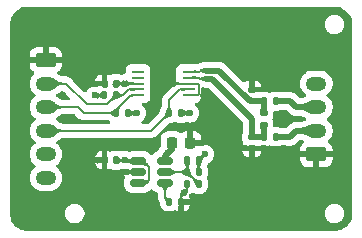
<source format=gbr>
%TF.GenerationSoftware,KiCad,Pcbnew,8.0.1*%
%TF.CreationDate,2024-04-17T01:28:12-04:00*%
%TF.ProjectId,ads1115_board,61647331-3131-4355-9f62-6f6172642e6b,rev?*%
%TF.SameCoordinates,Original*%
%TF.FileFunction,Copper,L1,Top*%
%TF.FilePolarity,Positive*%
%FSLAX46Y46*%
G04 Gerber Fmt 4.6, Leading zero omitted, Abs format (unit mm)*
G04 Created by KiCad (PCBNEW 8.0.1) date 2024-04-17 01:28:12*
%MOMM*%
%LPD*%
G01*
G04 APERTURE LIST*
G04 Aperture macros list*
%AMRoundRect*
0 Rectangle with rounded corners*
0 $1 Rounding radius*
0 $2 $3 $4 $5 $6 $7 $8 $9 X,Y pos of 4 corners*
0 Add a 4 corners polygon primitive as box body*
4,1,4,$2,$3,$4,$5,$6,$7,$8,$9,$2,$3,0*
0 Add four circle primitives for the rounded corners*
1,1,$1+$1,$2,$3*
1,1,$1+$1,$4,$5*
1,1,$1+$1,$6,$7*
1,1,$1+$1,$8,$9*
0 Add four rect primitives between the rounded corners*
20,1,$1+$1,$2,$3,$4,$5,0*
20,1,$1+$1,$4,$5,$6,$7,0*
20,1,$1+$1,$6,$7,$8,$9,0*
20,1,$1+$1,$8,$9,$2,$3,0*%
G04 Aperture macros list end*
%TA.AperFunction,SMDPad,CuDef*%
%ADD10RoundRect,0.225000X-0.225000X-0.250000X0.225000X-0.250000X0.225000X0.250000X-0.225000X0.250000X0*%
%TD*%
%TA.AperFunction,SMDPad,CuDef*%
%ADD11RoundRect,0.135000X0.135000X0.185000X-0.135000X0.185000X-0.135000X-0.185000X0.135000X-0.185000X0*%
%TD*%
%TA.AperFunction,SMDPad,CuDef*%
%ADD12RoundRect,0.140000X0.140000X0.170000X-0.140000X0.170000X-0.140000X-0.170000X0.140000X-0.170000X0*%
%TD*%
%TA.AperFunction,SMDPad,CuDef*%
%ADD13RoundRect,0.140000X-0.140000X-0.170000X0.140000X-0.170000X0.140000X0.170000X-0.140000X0.170000X0*%
%TD*%
%TA.AperFunction,SMDPad,CuDef*%
%ADD14RoundRect,0.140000X0.170000X-0.140000X0.170000X0.140000X-0.170000X0.140000X-0.170000X-0.140000X0*%
%TD*%
%TA.AperFunction,SMDPad,CuDef*%
%ADD15RoundRect,0.135000X-0.135000X-0.185000X0.135000X-0.185000X0.135000X0.185000X-0.135000X0.185000X0*%
%TD*%
%TA.AperFunction,ComponentPad*%
%ADD16RoundRect,0.250000X0.625000X-0.350000X0.625000X0.350000X-0.625000X0.350000X-0.625000X-0.350000X0*%
%TD*%
%TA.AperFunction,ComponentPad*%
%ADD17O,1.750000X1.200000*%
%TD*%
%TA.AperFunction,ComponentPad*%
%ADD18RoundRect,0.250000X-0.625000X0.350000X-0.625000X-0.350000X0.625000X-0.350000X0.625000X0.350000X0*%
%TD*%
%TA.AperFunction,SMDPad,CuDef*%
%ADD19RoundRect,0.150000X-0.512500X-0.150000X0.512500X-0.150000X0.512500X0.150000X-0.512500X0.150000X0*%
%TD*%
%TA.AperFunction,SMDPad,CuDef*%
%ADD20R,1.100000X0.250000*%
%TD*%
%TA.AperFunction,ViaPad*%
%ADD21C,0.600000*%
%TD*%
%TA.AperFunction,Conductor*%
%ADD22C,0.500000*%
%TD*%
%TA.AperFunction,Conductor*%
%ADD23C,0.200000*%
%TD*%
G04 APERTURE END LIST*
D10*
%TO.P,C4,1*%
%TO.N,+4V*%
X144225000Y-102000000D03*
%TO.P,C4,2*%
%TO.N,GND*%
X145775000Y-102000000D03*
%TD*%
D11*
%TO.P,R4,1*%
%TO.N,/SIG-*%
X153010000Y-98500000D03*
%TO.P,R4,2*%
%TO.N,/SIG_FLTR-*%
X151990000Y-98500000D03*
%TD*%
%TO.P,R2,1*%
%TO.N,Net-(U2-FB)*%
X146510000Y-105500000D03*
%TO.P,R2,2*%
%TO.N,GND*%
X145490000Y-105500000D03*
%TD*%
D12*
%TO.P,C3,1*%
%TO.N,+4V*%
X146480000Y-103500000D03*
%TO.P,C3,2*%
%TO.N,Net-(U2-FB)*%
X145520000Y-103500000D03*
%TD*%
D13*
%TO.P,C1,1*%
%TO.N,GND*%
X138520000Y-97000000D03*
%TO.P,C1,2*%
%TO.N,+3V3*%
X139480000Y-97000000D03*
%TD*%
D11*
%TO.P,R5,1*%
%TO.N,+3V3*%
X140510000Y-99500000D03*
%TO.P,R5,2*%
%TO.N,/SCL*%
X139490000Y-99500000D03*
%TD*%
%TO.P,R1,1*%
%TO.N,+4V*%
X146510000Y-104500000D03*
%TO.P,R1,2*%
%TO.N,Net-(U2-FB)*%
X145490000Y-104500000D03*
%TD*%
D14*
%TO.P,C5,1*%
%TO.N,/SIG_FLTR+*%
X152000000Y-100480000D03*
%TO.P,C5,2*%
%TO.N,/SIG_FLTR-*%
X152000000Y-99520000D03*
%TD*%
D15*
%TO.P,R6,1*%
%TO.N,+3V3*%
X138490000Y-98000000D03*
%TO.P,R6,2*%
%TO.N,/SDA*%
X139510000Y-98000000D03*
%TD*%
D14*
%TO.P,C7,1*%
%TO.N,GND*%
X151000000Y-102480000D03*
%TO.P,C7,2*%
%TO.N,/SIG_FLTR+*%
X151000000Y-101520000D03*
%TD*%
D11*
%TO.P,R7,2*%
%TO.N,/RDY*%
X143990000Y-99500000D03*
%TO.P,R7,1*%
%TO.N,+3V3*%
X145010000Y-99500000D03*
%TD*%
D14*
%TO.P,C6,1*%
%TO.N,/SIG_FLTR-*%
X151000000Y-98480000D03*
%TO.P,C6,2*%
%TO.N,GND*%
X151000000Y-97520000D03*
%TD*%
D16*
%TO.P,J1,1,Pin_1*%
%TO.N,GND*%
X156450000Y-103000000D03*
D17*
%TO.P,J1,2,Pin_2*%
%TO.N,/SIG+*%
X156450000Y-101000000D03*
%TO.P,J1,3,Pin_3*%
%TO.N,/SIG-*%
X156450000Y-99000000D03*
%TO.P,J1,4,Pin_4*%
%TO.N,+4V*%
X156450000Y-97000000D03*
%TD*%
D13*
%TO.P,C2,2*%
%TO.N,GND*%
X144980000Y-107000000D03*
%TO.P,C2,1*%
%TO.N,Net-(U2-BP)*%
X144020000Y-107000000D03*
%TD*%
D12*
%TO.P,C8,1*%
%TO.N,+5V*%
X139480000Y-103500000D03*
%TO.P,C8,2*%
%TO.N,GND*%
X138520000Y-103500000D03*
%TD*%
D18*
%TO.P,J2,1,Pin_1*%
%TO.N,GND*%
X133550000Y-95000000D03*
D17*
%TO.P,J2,2,Pin_2*%
%TO.N,/SDA*%
X133550000Y-97000000D03*
%TO.P,J2,3,Pin_3*%
%TO.N,/SCL*%
X133550000Y-99000000D03*
%TO.P,J2,4,Pin_4*%
%TO.N,/RDY*%
X133550000Y-101000000D03*
%TO.P,J2,5,Pin_5*%
%TO.N,+3V3*%
X133550000Y-103000000D03*
%TO.P,J2,6,Pin_6*%
%TO.N,+5V*%
X133550000Y-105000000D03*
%TD*%
D19*
%TO.P,U2,1,IN*%
%TO.N,+5V*%
X141362500Y-103550000D03*
%TO.P,U2,2,GND*%
%TO.N,GND*%
X141362500Y-104500000D03*
%TO.P,U2,3,EN*%
%TO.N,+5V*%
X141362500Y-105450000D03*
%TO.P,U2,4,BP*%
%TO.N,Net-(U2-BP)*%
X143637500Y-105450000D03*
%TO.P,U2,5,FB*%
%TO.N,Net-(U2-FB)*%
X143637500Y-104500000D03*
%TO.P,U2,6,OUT*%
%TO.N,+4V*%
X143637500Y-103550000D03*
%TD*%
D20*
%TO.P,U1,1,ADDR*%
%TO.N,GND*%
X145650000Y-98000000D03*
%TO.P,U1,2,ALERT/RDY*%
%TO.N,/RDY*%
X145650000Y-97500000D03*
%TO.P,U1,3,GND*%
%TO.N,GND*%
X145650000Y-97000000D03*
%TO.P,U1,4,AIN0*%
%TO.N,/SIG_FLTR+*%
X145650000Y-96500000D03*
%TO.P,U1,5,AIN1*%
%TO.N,/SIG_FLTR-*%
X145650000Y-96000000D03*
%TO.P,U1,6,AIN2*%
%TO.N,unconnected-(U1-AIN2-Pad6)*%
X141350000Y-96000000D03*
%TO.P,U1,7,AIN3*%
%TO.N,unconnected-(U1-AIN3-Pad7)*%
X141350000Y-96500000D03*
%TO.P,U1,8,VDD*%
%TO.N,+3V3*%
X141350000Y-97000000D03*
%TO.P,U1,9,SDA*%
%TO.N,/SDA*%
X141350000Y-97500000D03*
%TO.P,U1,10,SCL*%
%TO.N,/SCL*%
X141350000Y-98000000D03*
%TD*%
D15*
%TO.P,R3,1*%
%TO.N,/SIG_FLTR+*%
X151990000Y-101500000D03*
%TO.P,R3,2*%
%TO.N,/SIG+*%
X153010000Y-101500000D03*
%TD*%
D21*
%TO.N,GND*%
X146750000Y-102000000D03*
X153750000Y-100000000D03*
X135000000Y-98000000D03*
X135000000Y-100000000D03*
X131000000Y-107000000D03*
X131000000Y-93000000D03*
X159000000Y-93000000D03*
X138000000Y-91000000D03*
X133000000Y-91000000D03*
X157000000Y-91000000D03*
X152000000Y-91000000D03*
X147000000Y-91000000D03*
X143000000Y-91000000D03*
X133000000Y-109000000D03*
X138000000Y-109000000D03*
X143000000Y-109000000D03*
X147000000Y-109000000D03*
X152000000Y-109000000D03*
X157000000Y-109000000D03*
X159000000Y-107000000D03*
X144500000Y-95250000D03*
X146250000Y-95000000D03*
X153750000Y-97500000D03*
X152000000Y-97500000D03*
X153750000Y-102500000D03*
X152000000Y-102500000D03*
X150000000Y-102500000D03*
X149500000Y-95500000D03*
X147750000Y-94750000D03*
X147500000Y-98000000D03*
X148750000Y-99250000D03*
X150000000Y-100500000D03*
%TO.N,+4V*%
X147000000Y-103000000D03*
%TO.N,GND*%
X140250000Y-104500000D03*
%TO.N,+3V3*%
X140250000Y-97000000D03*
X145750000Y-99500000D03*
%TO.N,GND*%
X151000000Y-96500000D03*
X151000000Y-103250000D03*
X145250000Y-106250000D03*
X137750000Y-103500000D03*
%TO.N,+4V*%
X143875000Y-102875000D03*
%TO.N,+5V*%
X140250000Y-103500000D03*
%TO.N,+3V3*%
X141250000Y-99500000D03*
X137750000Y-98000000D03*
%TO.N,GND*%
X137750000Y-97000000D03*
X144250000Y-97000000D03*
%TD*%
D22*
%TO.N,+4V*%
X144225000Y-102525000D02*
X144225000Y-102000000D01*
X143875000Y-102875000D02*
X144225000Y-102525000D01*
D23*
X147000000Y-103000000D02*
X146980000Y-103000000D01*
X146980000Y-103000000D02*
X146480000Y-103500000D01*
%TO.N,/SCL*%
X139490000Y-99260000D02*
X139490000Y-99500000D01*
X140750000Y-98000000D02*
X139490000Y-99260000D01*
X141350000Y-98000000D02*
X140750000Y-98000000D01*
%TO.N,/SDA*%
X140598529Y-97500000D02*
X140098529Y-98000000D01*
X140098529Y-98000000D02*
X140000000Y-98000000D01*
X141350000Y-97500000D02*
X140598529Y-97500000D01*
X140000000Y-98000000D02*
X139510000Y-98000000D01*
X140010000Y-98000000D02*
X140000000Y-98000000D01*
%TO.N,Net-(U2-FB)*%
X143637500Y-104500000D02*
X145490000Y-104500000D01*
%TO.N,+5V*%
X142325000Y-105149999D02*
X142325000Y-104075000D01*
X141800000Y-103550000D02*
X141362500Y-103550000D01*
X142024999Y-105450000D02*
X142325000Y-105149999D01*
X142325000Y-104075000D02*
X141800000Y-103550000D01*
X141362500Y-105450000D02*
X142024999Y-105450000D01*
%TO.N,/SIG_FLTR-*%
X146600000Y-95900000D02*
X147100000Y-95900000D01*
X146500000Y-96000000D02*
X146600000Y-95900000D01*
X145650000Y-96000000D02*
X146500000Y-96000000D01*
%TO.N,/SIG_FLTR+*%
X146600000Y-96600000D02*
X147100000Y-96600000D01*
X146500000Y-96500000D02*
X146600000Y-96600000D01*
X145650000Y-96500000D02*
X146500000Y-96500000D01*
D22*
X147600000Y-96600000D02*
X151000000Y-100000000D01*
X151000000Y-100000000D02*
X151000000Y-101520000D01*
X147100000Y-96600000D02*
X147600000Y-96600000D01*
%TO.N,/SIG_FLTR-*%
X150811734Y-98480000D02*
X151000000Y-98480000D01*
X148231734Y-95900000D02*
X150811734Y-98480000D01*
X147100000Y-95900000D02*
X148231734Y-95900000D01*
D23*
%TO.N,+5V*%
X140300000Y-103550000D02*
X141362500Y-103550000D01*
X140250000Y-103500000D02*
X140300000Y-103550000D01*
X139480000Y-103500000D02*
X140250000Y-103500000D01*
%TO.N,GND*%
X137750000Y-103500000D02*
X138520000Y-103500000D01*
X141362500Y-104500000D02*
X140250000Y-104500000D01*
X151000000Y-102480000D02*
X151000000Y-103250000D01*
%TO.N,+3V3*%
X145010000Y-99500000D02*
X145750000Y-99500000D01*
X141250000Y-99500000D02*
X140510000Y-99500000D01*
X138490000Y-98000000D02*
X137750000Y-98000000D01*
%TO.N,GND*%
X138270000Y-97000000D02*
X137750000Y-97000000D01*
%TO.N,+3V3*%
X140250000Y-97000000D02*
X139230000Y-97000000D01*
%TO.N,GND*%
X146425000Y-98000000D02*
X145650000Y-98000000D01*
X146500000Y-97925000D02*
X146425000Y-98000000D01*
X146500000Y-97075000D02*
X146500000Y-97925000D01*
X146425000Y-97000000D02*
X146500000Y-97075000D01*
X145650000Y-97000000D02*
X146425000Y-97000000D01*
X145650000Y-97000000D02*
X144250000Y-97000000D01*
%TO.N,/RDY*%
X142490000Y-101000000D02*
X133550000Y-101000000D01*
X143990000Y-99500000D02*
X142490000Y-101000000D01*
X144875000Y-97500000D02*
X145650000Y-97500000D01*
X143990000Y-98385000D02*
X144875000Y-97500000D01*
X143990000Y-99500000D02*
X143990000Y-98385000D01*
%TO.N,/SIG_FLTR+*%
X151990000Y-100490000D02*
X152000000Y-100480000D01*
D22*
X151990000Y-101500000D02*
X151990000Y-100490000D01*
D23*
X151970000Y-101520000D02*
X151990000Y-101500000D01*
D22*
X151000000Y-101520000D02*
X151970000Y-101520000D01*
D23*
X152000000Y-101490000D02*
X151990000Y-101500000D01*
%TO.N,/SIG_FLTR-*%
X151990000Y-99510000D02*
X152000000Y-99520000D01*
D22*
X151990000Y-98500000D02*
X151990000Y-99510000D01*
D23*
X151970000Y-98480000D02*
X151990000Y-98500000D01*
D22*
X151000000Y-98480000D02*
X151970000Y-98480000D01*
D23*
%TO.N,GND*%
X151000000Y-97520000D02*
X151000000Y-96500000D01*
D22*
%TO.N,/SIG+*%
X154750000Y-101000000D02*
X156450000Y-101000000D01*
X154250000Y-101500000D02*
X154750000Y-101000000D01*
X153010000Y-101500000D02*
X154250000Y-101500000D01*
%TO.N,/SIG-*%
X154750000Y-99000000D02*
X156450000Y-99000000D01*
X154250000Y-98500000D02*
X154750000Y-99000000D01*
X153010000Y-98500000D02*
X154250000Y-98500000D01*
D23*
%TO.N,/SCL*%
X136250000Y-99000000D02*
X133550000Y-99000000D01*
X136750000Y-99500000D02*
X136250000Y-99000000D01*
X139490000Y-99500000D02*
X136750000Y-99500000D01*
%TO.N,/SDA*%
X135250000Y-97000000D02*
X133550000Y-97000000D01*
X137000000Y-98750000D02*
X135250000Y-97000000D01*
X138760000Y-98750000D02*
X137000000Y-98750000D01*
X139510000Y-98000000D02*
X138760000Y-98750000D01*
%TO.N,Net-(U2-BP)*%
X143637500Y-106617500D02*
X144020000Y-107000000D01*
X143637500Y-105450000D02*
X143637500Y-106617500D01*
%TO.N,GND*%
X145490000Y-105500000D02*
X145490000Y-106010000D01*
X145490000Y-106010000D02*
X145250000Y-106250000D01*
X144980000Y-106520000D02*
X145250000Y-106250000D01*
X144980000Y-107050000D02*
X144980000Y-106520000D01*
%TO.N,Net-(U2-FB)*%
X146490000Y-105500000D02*
X145490000Y-104500000D01*
X146510000Y-105500000D02*
X146490000Y-105500000D01*
%TO.N,+4V*%
X146480000Y-104470000D02*
X146510000Y-104500000D01*
X146480000Y-103500000D02*
X146480000Y-104470000D01*
%TO.N,Net-(U2-FB)*%
X145520000Y-104470000D02*
X145490000Y-104500000D01*
X145520000Y-103500000D02*
X145520000Y-104470000D01*
D22*
%TO.N,+4V*%
X143637500Y-103112500D02*
X143637500Y-103600000D01*
X143875000Y-102875000D02*
X143637500Y-103112500D01*
D23*
%TO.N,+3V3*%
X139980000Y-97000000D02*
X141350000Y-97000000D01*
%TD*%
%TA.AperFunction,Conductor*%
%TO.N,GND*%
G36*
X153954809Y-99270185D02*
G01*
X153975451Y-99286819D01*
X154271578Y-99582947D01*
X154271585Y-99582953D01*
X154340071Y-99628713D01*
X154340073Y-99628714D01*
X154340076Y-99628716D01*
X154394505Y-99665084D01*
X154394506Y-99665084D01*
X154394507Y-99665085D01*
X154531082Y-99721656D01*
X154531087Y-99721658D01*
X154531091Y-99721658D01*
X154531092Y-99721659D01*
X154676079Y-99750500D01*
X154676082Y-99750500D01*
X154676083Y-99750500D01*
X154823918Y-99750500D01*
X155027490Y-99750500D01*
X155044558Y-99752259D01*
X155044630Y-99751729D01*
X155049016Y-99752321D01*
X155049019Y-99752322D01*
X155195959Y-99772163D01*
X155208902Y-99774618D01*
X155335678Y-99805728D01*
X155347687Y-99809328D01*
X155465985Y-99851412D01*
X155497308Y-99867921D01*
X155541022Y-99899681D01*
X155583688Y-99955011D01*
X155589667Y-100024624D01*
X155557061Y-100086419D01*
X155541023Y-100100316D01*
X155497317Y-100132071D01*
X155465993Y-100148581D01*
X155347689Y-100190668D01*
X155335679Y-100194268D01*
X155208903Y-100225378D01*
X155195945Y-100227836D01*
X155049013Y-100247677D01*
X155047390Y-100247930D01*
X155046771Y-100248026D01*
X155027711Y-100249500D01*
X154676080Y-100249500D01*
X154531092Y-100278340D01*
X154531082Y-100278343D01*
X154394511Y-100334912D01*
X154394504Y-100334916D01*
X154378120Y-100345864D01*
X154363708Y-100355494D01*
X154271579Y-100417051D01*
X154271578Y-100417052D01*
X153975451Y-100713181D01*
X153914128Y-100746666D01*
X153887770Y-100749500D01*
X153471139Y-100749500D01*
X153408018Y-100732232D01*
X153399393Y-100727131D01*
X153399388Y-100727129D01*
X153245208Y-100682335D01*
X153245202Y-100682334D01*
X153209188Y-100679500D01*
X152934500Y-100679500D01*
X152867461Y-100659815D01*
X152821706Y-100607011D01*
X152810500Y-100555500D01*
X152810500Y-100275317D01*
X152810499Y-100275302D01*
X152810138Y-100270718D01*
X152807643Y-100239007D01*
X152807603Y-100238871D01*
X152767403Y-100100501D01*
X152762494Y-100083605D01*
X152750379Y-100063120D01*
X152733196Y-99995399D01*
X152750379Y-99936880D01*
X152762494Y-99916395D01*
X152807643Y-99760993D01*
X152810500Y-99724690D01*
X152810500Y-99444499D01*
X152830185Y-99377460D01*
X152882989Y-99331705D01*
X152934496Y-99320499D01*
X153209180Y-99320499D01*
X153245204Y-99317665D01*
X153399393Y-99272869D01*
X153408018Y-99267767D01*
X153471139Y-99250500D01*
X153887770Y-99250500D01*
X153954809Y-99270185D01*
G37*
%TD.AperFunction*%
%TA.AperFunction,Conductor*%
G36*
X136016942Y-99620185D02*
G01*
X136037583Y-99636818D01*
X136381284Y-99980520D01*
X136381286Y-99980521D01*
X136381290Y-99980524D01*
X136492133Y-100044518D01*
X136518216Y-100059577D01*
X136670943Y-100100501D01*
X136670945Y-100100501D01*
X136836654Y-100100501D01*
X136836670Y-100100500D01*
X138818815Y-100100500D01*
X138885854Y-100120185D01*
X138897845Y-100128947D01*
X138907052Y-100136563D01*
X138915695Y-100144428D01*
X138959086Y-100187820D01*
X138992571Y-100249143D01*
X138987585Y-100318835D01*
X138945713Y-100374768D01*
X138880249Y-100399184D01*
X138871404Y-100399500D01*
X134981045Y-100399500D01*
X134956577Y-100397062D01*
X134920784Y-100389857D01*
X134894870Y-100384641D01*
X134876121Y-100379303D01*
X134817307Y-100357428D01*
X134801415Y-100350204D01*
X134727388Y-100310036D01*
X134714526Y-100302002D01*
X134658738Y-100262211D01*
X134625644Y-100238606D01*
X134615528Y-100230563D01*
X134587175Y-100205501D01*
X134581617Y-100200275D01*
X134541926Y-100160584D01*
X134519688Y-100144428D01*
X134515444Y-100141344D01*
X134506219Y-100133943D01*
X134500582Y-100128961D01*
X134490323Y-100120134D01*
X134466693Y-100105506D01*
X134458685Y-100100106D01*
X134458569Y-100100021D01*
X134416128Y-100044518D01*
X134410432Y-99974881D01*
X134443288Y-99913219D01*
X134458973Y-99899683D01*
X134475542Y-99887646D01*
X134480333Y-99884334D01*
X134500584Y-99871037D01*
X134506207Y-99866065D01*
X134515443Y-99858655D01*
X134541928Y-99839414D01*
X134581647Y-99799693D01*
X134587172Y-99794498D01*
X134615537Y-99769426D01*
X134625638Y-99761395D01*
X134714525Y-99697995D01*
X134727373Y-99689968D01*
X134801427Y-99649786D01*
X134817310Y-99642567D01*
X134876120Y-99620693D01*
X134894866Y-99615357D01*
X134913087Y-99611689D01*
X134956570Y-99602938D01*
X134981037Y-99600500D01*
X135949903Y-99600500D01*
X136016942Y-99620185D01*
G37*
%TD.AperFunction*%
%TA.AperFunction,Conductor*%
G36*
X135000255Y-97614223D02*
G01*
X135042800Y-97642035D01*
X135588583Y-98187819D01*
X135622068Y-98249142D01*
X135617084Y-98318834D01*
X135575212Y-98374767D01*
X135509748Y-98399184D01*
X135500902Y-98399500D01*
X134981045Y-98399500D01*
X134956577Y-98397062D01*
X134920784Y-98389857D01*
X134894870Y-98384641D01*
X134876121Y-98379303D01*
X134817307Y-98357428D01*
X134801415Y-98350204D01*
X134727388Y-98310036D01*
X134714526Y-98302002D01*
X134625646Y-98238608D01*
X134615528Y-98230563D01*
X134587175Y-98205501D01*
X134581617Y-98200275D01*
X134541926Y-98160584D01*
X134525404Y-98148581D01*
X134515444Y-98141344D01*
X134506219Y-98133943D01*
X134500582Y-98128961D01*
X134490323Y-98120134D01*
X134466693Y-98105506D01*
X134458685Y-98100106D01*
X134458569Y-98100021D01*
X134416128Y-98044518D01*
X134410432Y-97974881D01*
X134443288Y-97913219D01*
X134458973Y-97899683D01*
X134475542Y-97887646D01*
X134480333Y-97884334D01*
X134500584Y-97871037D01*
X134506207Y-97866065D01*
X134515443Y-97858655D01*
X134541928Y-97839414D01*
X134581647Y-97799693D01*
X134587172Y-97794498D01*
X134615537Y-97769426D01*
X134625638Y-97761395D01*
X134714525Y-97697995D01*
X134727373Y-97689968D01*
X134801427Y-97649786D01*
X134817310Y-97642567D01*
X134876120Y-97620693D01*
X134894859Y-97615358D01*
X134930653Y-97608154D01*
X135000255Y-97614223D01*
G37*
%TD.AperFunction*%
%TA.AperFunction,Conductor*%
G36*
X158004418Y-90500816D02*
G01*
X158204561Y-90515130D01*
X158222063Y-90517647D01*
X158413797Y-90559355D01*
X158430755Y-90564334D01*
X158614609Y-90632909D01*
X158630701Y-90640259D01*
X158802904Y-90734288D01*
X158817784Y-90743849D01*
X158974867Y-90861441D01*
X158988237Y-90873027D01*
X159126972Y-91011762D01*
X159138558Y-91025132D01*
X159249625Y-91173500D01*
X159256146Y-91182210D01*
X159265711Y-91197095D01*
X159359740Y-91369298D01*
X159367090Y-91385390D01*
X159435662Y-91569236D01*
X159440646Y-91586212D01*
X159482351Y-91777931D01*
X159484869Y-91795442D01*
X159499184Y-91995580D01*
X159499500Y-92004427D01*
X159499500Y-107995572D01*
X159499184Y-108004419D01*
X159484869Y-108204557D01*
X159482351Y-108222068D01*
X159440646Y-108413787D01*
X159435662Y-108430763D01*
X159367090Y-108614609D01*
X159359740Y-108630701D01*
X159265711Y-108802904D01*
X159256146Y-108817789D01*
X159138558Y-108974867D01*
X159126972Y-108988237D01*
X158988237Y-109126972D01*
X158974867Y-109138558D01*
X158817789Y-109256146D01*
X158802904Y-109265711D01*
X158630701Y-109359740D01*
X158614609Y-109367090D01*
X158430763Y-109435662D01*
X158413787Y-109440646D01*
X158222068Y-109482351D01*
X158204557Y-109484869D01*
X158023779Y-109497799D01*
X158004417Y-109499184D01*
X157995572Y-109499500D01*
X132004428Y-109499500D01*
X131995582Y-109499184D01*
X131973622Y-109497613D01*
X131795442Y-109484869D01*
X131777931Y-109482351D01*
X131586212Y-109440646D01*
X131569236Y-109435662D01*
X131385390Y-109367090D01*
X131369298Y-109359740D01*
X131197095Y-109265711D01*
X131182210Y-109256146D01*
X131025132Y-109138558D01*
X131011762Y-109126972D01*
X130873027Y-108988237D01*
X130861441Y-108974867D01*
X130743849Y-108817784D01*
X130734288Y-108802904D01*
X130640259Y-108630701D01*
X130632909Y-108614609D01*
X130572091Y-108451551D01*
X130564334Y-108430755D01*
X130559355Y-108413797D01*
X130517647Y-108222063D01*
X130515130Y-108204556D01*
X130506322Y-108081407D01*
X135173500Y-108081407D01*
X135205259Y-108241073D01*
X135205262Y-108241082D01*
X135267562Y-108391490D01*
X135267563Y-108391492D01*
X135358015Y-108526862D01*
X135358018Y-108526866D01*
X135473133Y-108641981D01*
X135473137Y-108641984D01*
X135608505Y-108732435D01*
X135608506Y-108732435D01*
X135608507Y-108732436D01*
X135608509Y-108732437D01*
X135708781Y-108773970D01*
X135758919Y-108794738D01*
X135758921Y-108794738D01*
X135758926Y-108794740D01*
X135918592Y-108826499D01*
X135918595Y-108826500D01*
X135918597Y-108826500D01*
X136081405Y-108826500D01*
X136081406Y-108826499D01*
X136134629Y-108815912D01*
X136241073Y-108794740D01*
X136241076Y-108794738D01*
X136241081Y-108794738D01*
X136391495Y-108732435D01*
X136526863Y-108641984D01*
X136641984Y-108526863D01*
X136732435Y-108391495D01*
X136794738Y-108241081D01*
X136802004Y-108204556D01*
X136826499Y-108081407D01*
X157173500Y-108081407D01*
X157205259Y-108241073D01*
X157205262Y-108241082D01*
X157267562Y-108391490D01*
X157267563Y-108391492D01*
X157358015Y-108526862D01*
X157358018Y-108526866D01*
X157473133Y-108641981D01*
X157473137Y-108641984D01*
X157608505Y-108732435D01*
X157608506Y-108732435D01*
X157608507Y-108732436D01*
X157608509Y-108732437D01*
X157708781Y-108773970D01*
X157758919Y-108794738D01*
X157758921Y-108794738D01*
X157758926Y-108794740D01*
X157918592Y-108826499D01*
X157918595Y-108826500D01*
X157918597Y-108826500D01*
X158081405Y-108826500D01*
X158081406Y-108826499D01*
X158134629Y-108815912D01*
X158241073Y-108794740D01*
X158241076Y-108794738D01*
X158241081Y-108794738D01*
X158391495Y-108732435D01*
X158526863Y-108641984D01*
X158641984Y-108526863D01*
X158732435Y-108391495D01*
X158794738Y-108241081D01*
X158802004Y-108204556D01*
X158826499Y-108081407D01*
X158826500Y-108081405D01*
X158826500Y-107918594D01*
X158826499Y-107918592D01*
X158794740Y-107758926D01*
X158794737Y-107758917D01*
X158732437Y-107608509D01*
X158732436Y-107608507D01*
X158703824Y-107565687D01*
X158641984Y-107473137D01*
X158641981Y-107473133D01*
X158526866Y-107358018D01*
X158526862Y-107358015D01*
X158391492Y-107267563D01*
X158391490Y-107267562D01*
X158241082Y-107205262D01*
X158241073Y-107205259D01*
X158081406Y-107173500D01*
X158081403Y-107173500D01*
X157918597Y-107173500D01*
X157918594Y-107173500D01*
X157758926Y-107205259D01*
X157758917Y-107205262D01*
X157608509Y-107267562D01*
X157608507Y-107267563D01*
X157473137Y-107358015D01*
X157473133Y-107358018D01*
X157358018Y-107473133D01*
X157358015Y-107473137D01*
X157267563Y-107608507D01*
X157267562Y-107608509D01*
X157205262Y-107758917D01*
X157205259Y-107758926D01*
X157173500Y-107918592D01*
X157173500Y-108081407D01*
X136826499Y-108081407D01*
X136826500Y-108081405D01*
X136826500Y-107918594D01*
X136826499Y-107918592D01*
X136794740Y-107758926D01*
X136794737Y-107758917D01*
X136732437Y-107608509D01*
X136732436Y-107608507D01*
X136703824Y-107565687D01*
X136641984Y-107473137D01*
X136641981Y-107473133D01*
X136526866Y-107358018D01*
X136526862Y-107358015D01*
X136391492Y-107267563D01*
X136391490Y-107267562D01*
X136241082Y-107205262D01*
X136241073Y-107205259D01*
X136081406Y-107173500D01*
X136081403Y-107173500D01*
X135918597Y-107173500D01*
X135918594Y-107173500D01*
X135758926Y-107205259D01*
X135758917Y-107205262D01*
X135608509Y-107267562D01*
X135608507Y-107267563D01*
X135473137Y-107358015D01*
X135473133Y-107358018D01*
X135358018Y-107473133D01*
X135358015Y-107473137D01*
X135267563Y-107608507D01*
X135267562Y-107608509D01*
X135205262Y-107758917D01*
X135205259Y-107758926D01*
X135173500Y-107918592D01*
X135173500Y-108081407D01*
X130506322Y-108081407D01*
X130500816Y-108004418D01*
X130500500Y-107995572D01*
X130500500Y-105086610D01*
X132174500Y-105086610D01*
X132200509Y-105250830D01*
X132201598Y-105257701D01*
X132255127Y-105422445D01*
X132333768Y-105576788D01*
X132435586Y-105716928D01*
X132558072Y-105839414D01*
X132698212Y-105941232D01*
X132852555Y-106019873D01*
X133017299Y-106073402D01*
X133188389Y-106100500D01*
X133188390Y-106100500D01*
X133911610Y-106100500D01*
X133911611Y-106100500D01*
X134082701Y-106073402D01*
X134247445Y-106019873D01*
X134401788Y-105941232D01*
X134541928Y-105839414D01*
X134664414Y-105716928D01*
X134766232Y-105576788D01*
X134844873Y-105422445D01*
X134898402Y-105257701D01*
X134925500Y-105086611D01*
X134925500Y-104913389D01*
X134898402Y-104742299D01*
X134844873Y-104577555D01*
X134766232Y-104423212D01*
X134664414Y-104283072D01*
X134541928Y-104160586D01*
X134458975Y-104100317D01*
X134416311Y-104044988D01*
X134410332Y-103975374D01*
X134442938Y-103913579D01*
X134458976Y-103899682D01*
X134541928Y-103839414D01*
X134631342Y-103750000D01*
X137741210Y-103750000D01*
X137742854Y-103770910D01*
X137787968Y-103926195D01*
X137870278Y-104065374D01*
X137870285Y-104065383D01*
X137984616Y-104179714D01*
X137984625Y-104179721D01*
X138123804Y-104262031D01*
X138270000Y-104304504D01*
X138270000Y-103750000D01*
X137741210Y-103750000D01*
X134631342Y-103750000D01*
X134646645Y-103734697D01*
X138699500Y-103734697D01*
X138702356Y-103770991D01*
X138702357Y-103770997D01*
X138747503Y-103926389D01*
X138747505Y-103926393D01*
X138747506Y-103926395D01*
X138752732Y-103935233D01*
X138770000Y-103998352D01*
X138770000Y-104304503D01*
X138916194Y-104262032D01*
X138936384Y-104250091D01*
X139004108Y-104232906D01*
X139062629Y-104250089D01*
X139083605Y-104262494D01*
X139116844Y-104272151D01*
X139239002Y-104307642D01*
X139239005Y-104307642D01*
X139239007Y-104307643D01*
X139275310Y-104310500D01*
X139275318Y-104310500D01*
X139684682Y-104310500D01*
X139684690Y-104310500D01*
X139720993Y-104307643D01*
X139720995Y-104307642D01*
X139720997Y-104307642D01*
X139785950Y-104288771D01*
X139876395Y-104262494D01*
X139876402Y-104262489D01*
X139883554Y-104259396D01*
X139884620Y-104261861D01*
X139939805Y-104247854D01*
X139974398Y-104254820D01*
X139974407Y-104254787D01*
X139975029Y-104254947D01*
X139978948Y-104255737D01*
X139980850Y-104256454D01*
X139981470Y-104256545D01*
X139981619Y-104256567D01*
X140004564Y-104262211D01*
X140070737Y-104285366D01*
X140070743Y-104285367D01*
X140070745Y-104285368D01*
X140070746Y-104285368D01*
X140070750Y-104285369D01*
X140249996Y-104305565D01*
X140250000Y-104305565D01*
X140250004Y-104305565D01*
X140429247Y-104285369D01*
X140429250Y-104285368D01*
X140429255Y-104285368D01*
X140457100Y-104275623D01*
X140526878Y-104272061D01*
X140545690Y-104278579D01*
X140545712Y-104278522D01*
X140547406Y-104279146D01*
X140547626Y-104279250D01*
X140550037Y-104280086D01*
X140550354Y-104280232D01*
X140550357Y-104280234D01*
X140550359Y-104280234D01*
X140554832Y-104282300D01*
X140554690Y-104282606D01*
X140567664Y-104288770D01*
X140589602Y-104301744D01*
X140675834Y-104326797D01*
X140684092Y-104329515D01*
X140684817Y-104329781D01*
X140685363Y-104329983D01*
X140685366Y-104329983D01*
X140686370Y-104330198D01*
X140695098Y-104332394D01*
X140747426Y-104347597D01*
X140747429Y-104347597D01*
X140747431Y-104347598D01*
X140784306Y-104350500D01*
X141251815Y-104350500D01*
X141274201Y-104352537D01*
X141291211Y-104355660D01*
X141416874Y-104360529D01*
X141425897Y-104361211D01*
X141502370Y-104369817D01*
X141566785Y-104396876D01*
X141606348Y-104454466D01*
X141612500Y-104493039D01*
X141612500Y-104525500D01*
X141592815Y-104592539D01*
X141540011Y-104638294D01*
X141488500Y-104649500D01*
X140784298Y-104649500D01*
X140747432Y-104652401D01*
X140747426Y-104652402D01*
X140589606Y-104698254D01*
X140589603Y-104698255D01*
X140531306Y-104732732D01*
X140468185Y-104750000D01*
X140202705Y-104750000D01*
X140202704Y-104750001D01*
X140202899Y-104752488D01*
X140202900Y-104752494D01*
X140248716Y-104910193D01*
X140248720Y-104910203D01*
X140249427Y-104911398D01*
X140249695Y-104912454D01*
X140251816Y-104917356D01*
X140251024Y-104917698D01*
X140266603Y-104979123D01*
X140250993Y-105032284D01*
X140251355Y-105032441D01*
X140250087Y-105035369D01*
X140249427Y-105037620D01*
X140248259Y-105039594D01*
X140248254Y-105039607D01*
X140202402Y-105197426D01*
X140202401Y-105197432D01*
X140199500Y-105234298D01*
X140199500Y-105665701D01*
X140202401Y-105702567D01*
X140202402Y-105702573D01*
X140248254Y-105860393D01*
X140248255Y-105860396D01*
X140331732Y-106001550D01*
X140331918Y-106001864D01*
X140331923Y-106001870D01*
X140448129Y-106118076D01*
X140448133Y-106118079D01*
X140448135Y-106118081D01*
X140589602Y-106201744D01*
X140631224Y-106213836D01*
X140747426Y-106247597D01*
X140747429Y-106247597D01*
X140747431Y-106247598D01*
X140784306Y-106250500D01*
X140784314Y-106250500D01*
X141940686Y-106250500D01*
X141940694Y-106250500D01*
X141977569Y-106247598D01*
X141977571Y-106247597D01*
X141977573Y-106247597D01*
X142052408Y-106225855D01*
X142135398Y-106201744D01*
X142276865Y-106118081D01*
X142393081Y-106001865D01*
X142393267Y-106001549D01*
X142393477Y-106001353D01*
X142397861Y-105995702D01*
X142398772Y-105996409D01*
X142444336Y-105953866D01*
X142513077Y-105941362D01*
X142577667Y-105968006D01*
X142601855Y-105995921D01*
X142602139Y-105995702D01*
X142606179Y-106000911D01*
X142606732Y-106001548D01*
X142606919Y-106001865D01*
X142606921Y-106001867D01*
X142606923Y-106001870D01*
X142723129Y-106118076D01*
X142723133Y-106118079D01*
X142723135Y-106118081D01*
X142864602Y-106201744D01*
X142947597Y-106225856D01*
X143006480Y-106263462D01*
X143035687Y-106326934D01*
X143037000Y-106344932D01*
X143037000Y-106530830D01*
X143036999Y-106530848D01*
X143036999Y-106696554D01*
X143036998Y-106696554D01*
X143077923Y-106849286D01*
X143091216Y-106872308D01*
X143091217Y-106872313D01*
X143091218Y-106872313D01*
X143156974Y-106986208D01*
X143160412Y-106990688D01*
X143177859Y-107021891D01*
X143183325Y-107036187D01*
X143184651Y-107039825D01*
X143219184Y-107139356D01*
X143220218Y-107142469D01*
X143233683Y-107184867D01*
X143239500Y-107222400D01*
X143239500Y-107234697D01*
X143242356Y-107270991D01*
X143242357Y-107270997D01*
X143287504Y-107426390D01*
X143287505Y-107426393D01*
X143369881Y-107565684D01*
X143369887Y-107565692D01*
X143484307Y-107680112D01*
X143484311Y-107680115D01*
X143484313Y-107680117D01*
X143623605Y-107762494D01*
X143664587Y-107774400D01*
X143779002Y-107807642D01*
X143779005Y-107807642D01*
X143779007Y-107807643D01*
X143815310Y-107810500D01*
X143815318Y-107810500D01*
X144224682Y-107810500D01*
X144224690Y-107810500D01*
X144260993Y-107807643D01*
X144260995Y-107807642D01*
X144260997Y-107807642D01*
X144301975Y-107795736D01*
X144416395Y-107762494D01*
X144437369Y-107750089D01*
X144505088Y-107732906D01*
X144563613Y-107750090D01*
X144583803Y-107762031D01*
X144730000Y-107804504D01*
X144730000Y-107498352D01*
X144747267Y-107435233D01*
X144752494Y-107426395D01*
X144772361Y-107358015D01*
X144797642Y-107270997D01*
X144797643Y-107270991D01*
X144799295Y-107250000D01*
X145230000Y-107250000D01*
X145230000Y-107804503D01*
X145376195Y-107762031D01*
X145515374Y-107679721D01*
X145515383Y-107679714D01*
X145629714Y-107565383D01*
X145629721Y-107565374D01*
X145712031Y-107426195D01*
X145712033Y-107426190D01*
X145757144Y-107270918D01*
X145757145Y-107270912D01*
X145758790Y-107250000D01*
X145230000Y-107250000D01*
X144799295Y-107250000D01*
X144800499Y-107234697D01*
X144800500Y-107234690D01*
X144800500Y-106874000D01*
X144820185Y-106806961D01*
X144872989Y-106761206D01*
X144924500Y-106750000D01*
X145758790Y-106750000D01*
X145757145Y-106729089D01*
X145712031Y-106573804D01*
X145665805Y-106495640D01*
X145648622Y-106427916D01*
X145670782Y-106361654D01*
X145725248Y-106317890D01*
X145737943Y-106313442D01*
X145879194Y-106272405D01*
X145879196Y-106272404D01*
X145936386Y-106238582D01*
X146004109Y-106221398D01*
X146062629Y-106238581D01*
X146120607Y-106272869D01*
X146161268Y-106284682D01*
X146274791Y-106317664D01*
X146274794Y-106317664D01*
X146274796Y-106317665D01*
X146310819Y-106320500D01*
X146709180Y-106320499D01*
X146745204Y-106317665D01*
X146899393Y-106272869D01*
X147037598Y-106191135D01*
X147151135Y-106077598D01*
X147232869Y-105939393D01*
X147277665Y-105785204D01*
X147280500Y-105749181D01*
X147280499Y-105250820D01*
X147277665Y-105214796D01*
X147232869Y-105060607D01*
X147232866Y-105060602D01*
X147229772Y-105053451D01*
X147231693Y-105052619D01*
X147217172Y-104995409D01*
X147231321Y-104947219D01*
X147229772Y-104946549D01*
X147232864Y-104939400D01*
X147232869Y-104939393D01*
X147277665Y-104785204D01*
X147280500Y-104749181D01*
X147280499Y-104250820D01*
X147277665Y-104214796D01*
X147232869Y-104060607D01*
X147223632Y-104044988D01*
X147219727Y-104038384D01*
X147202544Y-103970660D01*
X147210840Y-103934039D01*
X147210317Y-103933888D01*
X147216217Y-103913579D01*
X147244042Y-103817804D01*
X147281646Y-103758923D01*
X147322160Y-103735362D01*
X147349522Y-103725789D01*
X147502262Y-103629816D01*
X147629816Y-103502262D01*
X147725789Y-103349522D01*
X147785368Y-103179255D01*
X147785369Y-103179249D01*
X147805565Y-103000003D01*
X147805565Y-102999996D01*
X147785369Y-102820750D01*
X147785368Y-102820745D01*
X147774028Y-102788336D01*
X147753615Y-102730000D01*
X150195496Y-102730000D01*
X150237968Y-102876195D01*
X150320278Y-103015374D01*
X150320285Y-103015383D01*
X150434616Y-103129714D01*
X150434625Y-103129721D01*
X150573804Y-103212031D01*
X150729089Y-103257145D01*
X150750000Y-103258789D01*
X150750000Y-102730000D01*
X151250000Y-102730000D01*
X151250000Y-103258789D01*
X151270910Y-103257145D01*
X151426195Y-103212031D01*
X151565374Y-103129721D01*
X151565383Y-103129714D01*
X151679714Y-103015383D01*
X151679721Y-103015374D01*
X151762031Y-102876195D01*
X151804504Y-102730000D01*
X151250000Y-102730000D01*
X150750000Y-102730000D01*
X150195496Y-102730000D01*
X147753615Y-102730000D01*
X147725789Y-102650478D01*
X147715485Y-102634080D01*
X147679968Y-102577555D01*
X147629816Y-102497738D01*
X147502262Y-102370184D01*
X147501794Y-102369890D01*
X147349523Y-102274211D01*
X147179254Y-102214631D01*
X147179249Y-102214630D01*
X147000004Y-102194435D01*
X146999996Y-102194435D01*
X146820750Y-102214630D01*
X146820745Y-102214631D01*
X146739554Y-102243042D01*
X146698599Y-102250000D01*
X145649000Y-102250000D01*
X145581961Y-102230315D01*
X145536206Y-102177511D01*
X145525000Y-102126000D01*
X145525000Y-101025000D01*
X146025000Y-101025000D01*
X146025000Y-101750000D01*
X146724999Y-101750000D01*
X146724999Y-101701692D01*
X146724998Y-101701677D01*
X146714855Y-101602392D01*
X146661547Y-101441518D01*
X146661542Y-101441507D01*
X146572575Y-101297271D01*
X146572572Y-101297267D01*
X146452732Y-101177427D01*
X146452728Y-101177424D01*
X146308492Y-101088457D01*
X146308481Y-101088452D01*
X146147606Y-101035144D01*
X146048322Y-101025000D01*
X146025000Y-101025000D01*
X145525000Y-101025000D01*
X145525000Y-101024999D01*
X145501693Y-101025000D01*
X145501674Y-101025001D01*
X145402392Y-101035144D01*
X145241518Y-101088452D01*
X145241507Y-101088457D01*
X145097271Y-101177424D01*
X145097265Y-101177428D01*
X145088031Y-101186663D01*
X145026707Y-101220146D01*
X144957015Y-101215159D01*
X144912672Y-101186660D01*
X144903044Y-101177032D01*
X144903040Y-101177029D01*
X144758705Y-101088001D01*
X144758699Y-101087998D01*
X144758697Y-101087997D01*
X144738052Y-101081156D01*
X144597709Y-101034651D01*
X144498346Y-101024500D01*
X143951662Y-101024500D01*
X143951644Y-101024501D01*
X143852292Y-101034650D01*
X143852289Y-101034651D01*
X143691305Y-101087996D01*
X143691294Y-101088001D01*
X143546959Y-101177029D01*
X143546955Y-101177032D01*
X143427032Y-101296955D01*
X143427029Y-101296959D01*
X143338001Y-101441294D01*
X143337996Y-101441305D01*
X143284651Y-101602290D01*
X143274500Y-101701647D01*
X143274500Y-102292586D01*
X143254815Y-102359625D01*
X143247454Y-102369890D01*
X143245188Y-102372731D01*
X143149208Y-102525483D01*
X143146186Y-102531758D01*
X143144356Y-102530876D01*
X143121694Y-102566936D01*
X143054551Y-102634080D01*
X143054547Y-102634085D01*
X143005312Y-102707771D01*
X143005311Y-102707773D01*
X142989290Y-102731749D01*
X142935677Y-102776553D01*
X142920786Y-102781932D01*
X142864603Y-102798255D01*
X142723137Y-102881917D01*
X142723129Y-102881923D01*
X142606923Y-102998129D01*
X142606914Y-102998140D01*
X142606729Y-102998455D01*
X142606519Y-102998650D01*
X142602139Y-103004298D01*
X142601227Y-103003591D01*
X142555657Y-103046136D01*
X142486915Y-103058637D01*
X142422327Y-103031988D01*
X142398143Y-103004078D01*
X142397861Y-103004298D01*
X142393823Y-102999092D01*
X142393271Y-102998455D01*
X142393085Y-102998140D01*
X142393076Y-102998129D01*
X142276870Y-102881923D01*
X142276862Y-102881917D01*
X142135396Y-102798255D01*
X142135393Y-102798254D01*
X141977573Y-102752402D01*
X141977567Y-102752401D01*
X141940701Y-102749500D01*
X141940694Y-102749500D01*
X140784306Y-102749500D01*
X140784298Y-102749500D01*
X140747432Y-102752401D01*
X140670665Y-102774704D01*
X140600795Y-102774504D01*
X140595113Y-102772667D01*
X140571364Y-102764356D01*
X140567417Y-102762899D01*
X140518937Y-102744064D01*
X140512193Y-102742283D01*
X140512215Y-102742199D01*
X140498142Y-102738736D01*
X140429252Y-102714631D01*
X140250004Y-102694435D01*
X140249996Y-102694435D01*
X140070747Y-102714631D01*
X139978775Y-102746813D01*
X139908996Y-102750374D01*
X139883745Y-102740161D01*
X139883554Y-102740604D01*
X139876390Y-102737504D01*
X139720997Y-102692357D01*
X139720991Y-102692356D01*
X139684697Y-102689500D01*
X139684690Y-102689500D01*
X139275310Y-102689500D01*
X139275302Y-102689500D01*
X139239008Y-102692356D01*
X139239002Y-102692357D01*
X139083609Y-102737504D01*
X139083604Y-102737506D01*
X139062628Y-102749911D01*
X138994903Y-102767092D01*
X138936389Y-102749911D01*
X138916191Y-102737966D01*
X138916190Y-102737965D01*
X138770001Y-102695493D01*
X138770000Y-102695494D01*
X138770000Y-103001645D01*
X138752734Y-103064763D01*
X138747507Y-103073600D01*
X138747504Y-103073608D01*
X138702357Y-103229002D01*
X138702356Y-103229008D01*
X138699500Y-103265302D01*
X138699500Y-103734697D01*
X134646645Y-103734697D01*
X134664414Y-103716928D01*
X134766232Y-103576788D01*
X134844873Y-103422445D01*
X134898402Y-103257701D01*
X134899622Y-103249999D01*
X137741209Y-103249999D01*
X137741210Y-103250000D01*
X138270000Y-103250000D01*
X138270000Y-102695494D01*
X138269998Y-102695493D01*
X138123809Y-102737965D01*
X138123806Y-102737967D01*
X137984625Y-102820278D01*
X137984616Y-102820285D01*
X137870285Y-102934616D01*
X137870278Y-102934625D01*
X137787968Y-103073804D01*
X137787966Y-103073809D01*
X137742855Y-103229081D01*
X137742854Y-103229087D01*
X137741209Y-103249999D01*
X134899622Y-103249999D01*
X134925500Y-103086611D01*
X134925500Y-102913389D01*
X134898402Y-102742299D01*
X134844873Y-102577555D01*
X134766232Y-102423212D01*
X134664414Y-102283072D01*
X134541928Y-102160586D01*
X134458974Y-102100316D01*
X134416310Y-102044986D01*
X134410331Y-101975373D01*
X134442937Y-101913578D01*
X134458973Y-101899683D01*
X134475542Y-101887646D01*
X134480333Y-101884334D01*
X134500584Y-101871037D01*
X134506207Y-101866065D01*
X134515443Y-101858655D01*
X134541928Y-101839414D01*
X134581647Y-101799693D01*
X134587172Y-101794498D01*
X134615537Y-101769426D01*
X134625638Y-101761395D01*
X134714525Y-101697995D01*
X134727373Y-101689968D01*
X134801427Y-101649786D01*
X134817310Y-101642567D01*
X134876120Y-101620693D01*
X134894866Y-101615357D01*
X134913087Y-101611689D01*
X134956570Y-101602938D01*
X134981037Y-101600500D01*
X142403331Y-101600500D01*
X142403347Y-101600501D01*
X142410943Y-101600501D01*
X142569054Y-101600501D01*
X142569057Y-101600501D01*
X142721785Y-101559577D01*
X142787590Y-101521584D01*
X142858716Y-101480520D01*
X142970520Y-101368716D01*
X142970520Y-101368714D01*
X142980724Y-101358511D01*
X142980728Y-101358506D01*
X143947945Y-100391288D01*
X143968107Y-100374965D01*
X143986089Y-100363295D01*
X143996383Y-100357299D01*
X144018401Y-100345857D01*
X144030467Y-100340386D01*
X144043613Y-100335254D01*
X144057368Y-100330791D01*
X144062706Y-100329397D01*
X144077821Y-100326441D01*
X144105557Y-100322789D01*
X144112255Y-100321807D01*
X144130223Y-100320499D01*
X144189168Y-100320499D01*
X144189180Y-100320499D01*
X144225204Y-100317665D01*
X144379393Y-100272869D01*
X144436882Y-100238869D01*
X144504602Y-100221688D01*
X144563117Y-100238869D01*
X144620607Y-100272869D01*
X144620610Y-100272869D01*
X144620612Y-100272871D01*
X144774791Y-100317664D01*
X144774794Y-100317664D01*
X144774796Y-100317665D01*
X144810819Y-100320500D01*
X145209180Y-100320499D01*
X145245204Y-100317665D01*
X145399393Y-100272869D01*
X145400072Y-100272467D01*
X145400675Y-100272314D01*
X145406552Y-100269771D01*
X145406961Y-100270718D01*
X145467791Y-100255277D01*
X145481317Y-100256522D01*
X145481742Y-100256585D01*
X145504565Y-100262211D01*
X145570737Y-100285366D01*
X145570743Y-100285367D01*
X145570745Y-100285368D01*
X145570746Y-100285368D01*
X145570750Y-100285369D01*
X145749996Y-100305565D01*
X145750000Y-100305565D01*
X145750004Y-100305565D01*
X145929249Y-100285369D01*
X145929252Y-100285368D01*
X145929255Y-100285368D01*
X146099522Y-100225789D01*
X146252262Y-100129816D01*
X146379816Y-100002262D01*
X146475789Y-99849522D01*
X146535368Y-99679255D01*
X146539503Y-99642559D01*
X146555565Y-99500003D01*
X146555565Y-99499996D01*
X146535369Y-99320750D01*
X146535368Y-99320745D01*
X146517676Y-99270185D01*
X146475789Y-99150478D01*
X146379816Y-98997738D01*
X146252262Y-98870184D01*
X146220943Y-98850505D01*
X146174653Y-98798171D01*
X146164004Y-98729118D01*
X146192380Y-98665270D01*
X146250769Y-98626897D01*
X146273661Y-98622223D01*
X146307372Y-98618598D01*
X146307379Y-98618596D01*
X146442086Y-98568354D01*
X146442093Y-98568350D01*
X146557187Y-98482190D01*
X146557190Y-98482187D01*
X146643350Y-98367093D01*
X146643354Y-98367086D01*
X146693596Y-98232379D01*
X146693598Y-98232372D01*
X146699999Y-98172844D01*
X146700000Y-98172827D01*
X146700000Y-98125000D01*
X146698627Y-98125000D01*
X146631588Y-98105315D01*
X146585833Y-98052511D01*
X146575889Y-97983353D01*
X146599356Y-97926695D01*
X146600853Y-97924695D01*
X146656784Y-97882821D01*
X146699972Y-97875027D01*
X146700000Y-97875000D01*
X146700000Y-97827172D01*
X146699999Y-97827160D01*
X146693380Y-97765604D01*
X146693380Y-97739090D01*
X146694090Y-97732485D01*
X146694091Y-97732483D01*
X146700500Y-97672873D01*
X146700499Y-97433614D01*
X146720183Y-97366576D01*
X146772987Y-97320821D01*
X146842146Y-97310877D01*
X146858812Y-97314457D01*
X146868189Y-97317158D01*
X146880770Y-97321562D01*
X146881079Y-97321656D01*
X146881085Y-97321657D01*
X146881087Y-97321658D01*
X146932546Y-97331894D01*
X147026080Y-97350500D01*
X147026082Y-97350500D01*
X147237770Y-97350500D01*
X147304809Y-97370185D01*
X147325451Y-97386819D01*
X150213181Y-100274548D01*
X150246666Y-100335871D01*
X150249500Y-100362229D01*
X150249500Y-100946735D01*
X150246452Y-100971734D01*
X150246717Y-100971780D01*
X150245963Y-100976139D01*
X150241110Y-101024574D01*
X150241072Y-101024948D01*
X150235283Y-101081007D01*
X150235240Y-101081413D01*
X150229501Y-101135252D01*
X150229454Y-101135688D01*
X150227859Y-101150166D01*
X150223682Y-101171180D01*
X150192358Y-101279003D01*
X150192356Y-101279013D01*
X150189500Y-101315302D01*
X150189500Y-101724697D01*
X150192356Y-101760991D01*
X150192357Y-101760997D01*
X150237504Y-101916390D01*
X150237507Y-101916397D01*
X150249910Y-101937370D01*
X150267093Y-102005094D01*
X150249912Y-102063608D01*
X150237968Y-102083804D01*
X150195496Y-102230000D01*
X150501648Y-102230000D01*
X150564766Y-102247267D01*
X150573605Y-102252494D01*
X150573608Y-102252494D01*
X150573610Y-102252496D01*
X150729002Y-102297642D01*
X150729005Y-102297642D01*
X150729007Y-102297643D01*
X150765310Y-102300500D01*
X150765318Y-102300500D01*
X151234688Y-102300500D01*
X151234690Y-102300500D01*
X151234691Y-102300499D01*
X151237136Y-102300404D01*
X151237137Y-102300453D01*
X151240961Y-102300325D01*
X151243621Y-102300165D01*
X151243630Y-102300166D01*
X151247344Y-102299676D01*
X151253832Y-102298993D01*
X151270993Y-102297643D01*
X151271003Y-102297640D01*
X151277227Y-102296504D01*
X151277228Y-102296512D01*
X151287166Y-102294424D01*
X151301378Y-102292550D01*
X151304273Y-102292205D01*
X151361885Y-102286031D01*
X151364746Y-102285760D01*
X151422192Y-102281026D01*
X151425158Y-102280818D01*
X151482592Y-102277506D01*
X151485567Y-102277370D01*
X151539350Y-102275597D01*
X151572427Y-102273003D01*
X151616711Y-102277548D01*
X151754791Y-102317664D01*
X151754794Y-102317664D01*
X151754796Y-102317665D01*
X151790819Y-102320500D01*
X152189180Y-102320499D01*
X152225204Y-102317665D01*
X152379393Y-102272869D01*
X152436882Y-102238869D01*
X152504602Y-102221688D01*
X152563117Y-102238869D01*
X152620607Y-102272869D01*
X152620610Y-102272869D01*
X152620612Y-102272871D01*
X152774791Y-102317664D01*
X152774794Y-102317664D01*
X152774796Y-102317665D01*
X152810819Y-102320500D01*
X153209180Y-102320499D01*
X153245204Y-102317665D01*
X153399393Y-102272869D01*
X153408018Y-102267767D01*
X153471139Y-102250500D01*
X154323920Y-102250500D01*
X154426976Y-102230000D01*
X154468913Y-102221658D01*
X154537204Y-102193371D01*
X154605491Y-102165086D01*
X154605492Y-102165085D01*
X154605495Y-102165084D01*
X154655844Y-102131442D01*
X154728416Y-102082952D01*
X155014434Y-101796932D01*
X155075753Y-101763450D01*
X155118703Y-101761731D01*
X155195966Y-101772164D01*
X155208898Y-101774617D01*
X155335678Y-101805728D01*
X155347682Y-101809326D01*
X155365172Y-101815548D01*
X155421736Y-101856564D01*
X155447145Y-101921649D01*
X155433333Y-101990140D01*
X155388707Y-102037913D01*
X155356659Y-102057680D01*
X155356655Y-102057683D01*
X155232684Y-102181654D01*
X155140643Y-102330875D01*
X155140641Y-102330880D01*
X155085494Y-102497302D01*
X155085493Y-102497309D01*
X155075000Y-102600013D01*
X155075000Y-102750000D01*
X156169670Y-102750000D01*
X156149925Y-102769745D01*
X156100556Y-102855255D01*
X156075000Y-102950630D01*
X156075000Y-103049370D01*
X156100556Y-103144745D01*
X156149925Y-103230255D01*
X156169670Y-103250000D01*
X155075001Y-103250000D01*
X155075001Y-103399986D01*
X155085494Y-103502697D01*
X155140641Y-103669119D01*
X155140643Y-103669124D01*
X155232684Y-103818345D01*
X155356654Y-103942315D01*
X155505875Y-104034356D01*
X155505880Y-104034358D01*
X155672302Y-104089505D01*
X155672309Y-104089506D01*
X155775019Y-104099999D01*
X156199999Y-104099999D01*
X156200000Y-104099998D01*
X156200000Y-103280330D01*
X156219745Y-103300075D01*
X156305255Y-103349444D01*
X156400630Y-103375000D01*
X156499370Y-103375000D01*
X156594745Y-103349444D01*
X156680255Y-103300075D01*
X156700000Y-103280330D01*
X156700000Y-104099999D01*
X157124972Y-104099999D01*
X157124986Y-104099998D01*
X157227697Y-104089505D01*
X157394119Y-104034358D01*
X157394124Y-104034356D01*
X157543345Y-103942315D01*
X157667315Y-103818345D01*
X157759356Y-103669124D01*
X157759358Y-103669119D01*
X157814505Y-103502697D01*
X157814506Y-103502690D01*
X157824999Y-103399986D01*
X157825000Y-103399973D01*
X157825000Y-103250000D01*
X156730330Y-103250000D01*
X156750075Y-103230255D01*
X156799444Y-103144745D01*
X156825000Y-103049370D01*
X156825000Y-102950630D01*
X156799444Y-102855255D01*
X156750075Y-102769745D01*
X156730330Y-102750000D01*
X157824999Y-102750000D01*
X157824999Y-102600028D01*
X157824998Y-102600013D01*
X157814505Y-102497302D01*
X157759358Y-102330880D01*
X157759356Y-102330875D01*
X157667315Y-102181654D01*
X157543343Y-102057682D01*
X157479093Y-102018053D01*
X157432368Y-101966105D01*
X157421145Y-101897143D01*
X157448988Y-101833061D01*
X157456486Y-101824855D01*
X157564414Y-101716928D01*
X157666232Y-101576788D01*
X157744873Y-101422445D01*
X157798402Y-101257701D01*
X157825500Y-101086611D01*
X157825500Y-100913389D01*
X157798402Y-100742299D01*
X157744873Y-100577555D01*
X157666232Y-100423212D01*
X157564414Y-100283072D01*
X157441928Y-100160586D01*
X157358974Y-100100316D01*
X157316311Y-100044988D01*
X157310332Y-99975374D01*
X157342938Y-99913579D01*
X157358976Y-99899682D01*
X157441928Y-99839414D01*
X157564414Y-99716928D01*
X157666232Y-99576788D01*
X157744873Y-99422445D01*
X157798402Y-99257701D01*
X157825500Y-99086611D01*
X157825500Y-98913389D01*
X157798402Y-98742299D01*
X157744873Y-98577555D01*
X157666232Y-98423212D01*
X157564414Y-98283072D01*
X157441928Y-98160586D01*
X157358974Y-98100316D01*
X157316311Y-98044988D01*
X157310332Y-97975374D01*
X157342938Y-97913579D01*
X157358976Y-97899682D01*
X157441928Y-97839414D01*
X157564414Y-97716928D01*
X157666232Y-97576788D01*
X157744873Y-97422445D01*
X157798402Y-97257701D01*
X157825500Y-97086611D01*
X157825500Y-96913389D01*
X157798402Y-96742299D01*
X157744873Y-96577555D01*
X157666232Y-96423212D01*
X157564414Y-96283072D01*
X157441928Y-96160586D01*
X157301788Y-96058768D01*
X157147445Y-95980127D01*
X156982701Y-95926598D01*
X156982699Y-95926597D01*
X156982698Y-95926597D01*
X156851271Y-95905781D01*
X156811611Y-95899500D01*
X156088389Y-95899500D01*
X156048728Y-95905781D01*
X155917302Y-95926597D01*
X155752552Y-95980128D01*
X155598211Y-96058768D01*
X155537530Y-96102856D01*
X155458072Y-96160586D01*
X155458070Y-96160588D01*
X155458069Y-96160588D01*
X155335588Y-96283069D01*
X155335588Y-96283070D01*
X155335586Y-96283072D01*
X155308841Y-96319883D01*
X155233768Y-96423211D01*
X155155128Y-96577552D01*
X155101597Y-96742302D01*
X155074500Y-96913389D01*
X155074500Y-97086610D01*
X155099355Y-97243544D01*
X155101598Y-97257701D01*
X155155127Y-97422445D01*
X155233768Y-97576788D01*
X155335586Y-97716928D01*
X155458072Y-97839414D01*
X155541024Y-97899682D01*
X155583688Y-97955011D01*
X155589667Y-98024624D01*
X155557061Y-98086419D01*
X155541023Y-98100316D01*
X155497317Y-98132071D01*
X155465993Y-98148581D01*
X155347689Y-98190668D01*
X155335679Y-98194268D01*
X155208902Y-98225378D01*
X155195944Y-98227836D01*
X155133856Y-98236220D01*
X155118704Y-98238265D01*
X155049634Y-98227729D01*
X155014430Y-98203062D01*
X154728421Y-97917052D01*
X154728418Y-97917049D01*
X154654008Y-97867331D01*
X154641013Y-97858648D01*
X154605495Y-97834916D01*
X154605492Y-97834914D01*
X154605491Y-97834914D01*
X154468917Y-97778343D01*
X154468907Y-97778340D01*
X154323920Y-97749500D01*
X154323918Y-97749500D01*
X153471139Y-97749500D01*
X153408018Y-97732232D01*
X153399393Y-97727131D01*
X153399388Y-97727129D01*
X153245208Y-97682335D01*
X153245202Y-97682334D01*
X153209181Y-97679500D01*
X152810830Y-97679500D01*
X152810808Y-97679501D01*
X152774794Y-97682335D01*
X152620611Y-97727129D01*
X152620604Y-97727132D01*
X152563119Y-97761128D01*
X152495395Y-97778309D01*
X152436881Y-97761128D01*
X152379395Y-97727132D01*
X152379388Y-97727129D01*
X152225208Y-97682335D01*
X152225202Y-97682334D01*
X152189181Y-97679500D01*
X151790830Y-97679500D01*
X151790808Y-97679501D01*
X151754798Y-97682334D01*
X151610983Y-97724116D01*
X151554713Y-97727130D01*
X151539342Y-97724401D01*
X151485589Y-97722628D01*
X151482534Y-97722489D01*
X151425217Y-97719182D01*
X151422178Y-97718969D01*
X151364830Y-97714244D01*
X151361800Y-97713957D01*
X151304279Y-97707793D01*
X151301282Y-97707435D01*
X151287167Y-97705574D01*
X151277220Y-97703486D01*
X151277219Y-97703494D01*
X151270986Y-97702355D01*
X151253821Y-97701004D01*
X151247358Y-97700325D01*
X151243625Y-97699833D01*
X151243626Y-97699833D01*
X151214166Y-97698682D01*
X151167598Y-97687618D01*
X151144808Y-97677235D01*
X151142560Y-97676183D01*
X151080092Y-97646199D01*
X151077906Y-97645123D01*
X151015605Y-97613698D01*
X150983768Y-97590666D01*
X150786319Y-97393217D01*
X150752834Y-97331894D01*
X150750000Y-97305536D01*
X150750000Y-96741210D01*
X150749999Y-96741209D01*
X151250000Y-96741209D01*
X151250000Y-97270000D01*
X151804504Y-97270000D01*
X151762031Y-97123804D01*
X151679721Y-96984625D01*
X151679714Y-96984616D01*
X151565383Y-96870285D01*
X151565374Y-96870278D01*
X151426195Y-96787968D01*
X151426190Y-96787966D01*
X151270918Y-96742855D01*
X151270912Y-96742854D01*
X151250000Y-96741209D01*
X150749999Y-96741209D01*
X150729087Y-96742854D01*
X150729081Y-96742855D01*
X150573809Y-96787966D01*
X150573804Y-96787968D01*
X150434627Y-96870277D01*
X150428461Y-96875061D01*
X150427181Y-96873411D01*
X150375343Y-96901708D01*
X150305652Y-96896713D01*
X150261321Y-96868219D01*
X148710155Y-95317052D01*
X148710148Y-95317046D01*
X148636463Y-95267812D01*
X148636463Y-95267813D01*
X148587225Y-95234913D01*
X148450651Y-95178343D01*
X148450641Y-95178340D01*
X148305654Y-95149500D01*
X148305652Y-95149500D01*
X147026082Y-95149500D01*
X147026080Y-95149500D01*
X146881090Y-95178341D01*
X146881086Y-95178342D01*
X146870141Y-95182875D01*
X146843741Y-95190511D01*
X146838323Y-95191443D01*
X146452321Y-95316476D01*
X146448915Y-95317807D01*
X146448836Y-95317605D01*
X146448834Y-95317606D01*
X146448821Y-95317568D01*
X146448805Y-95317526D01*
X146434810Y-95322578D01*
X146368214Y-95340423D01*
X146335207Y-95359479D01*
X146267306Y-95375950D01*
X146245983Y-95373065D01*
X146243086Y-95372413D01*
X146243080Y-95372412D01*
X146236243Y-95371873D01*
X146228035Y-95371292D01*
X146228028Y-95371292D01*
X146193116Y-95374101D01*
X146183173Y-95374500D01*
X145052129Y-95374500D01*
X145052123Y-95374501D01*
X144992516Y-95380908D01*
X144857671Y-95431202D01*
X144857664Y-95431206D01*
X144742455Y-95517452D01*
X144742452Y-95517455D01*
X144656206Y-95632664D01*
X144656202Y-95632671D01*
X144605910Y-95767513D01*
X144605909Y-95767517D01*
X144599500Y-95827127D01*
X144599500Y-95827134D01*
X144599500Y-95827135D01*
X144599500Y-96172869D01*
X144599501Y-96172879D01*
X144606367Y-96236751D01*
X144606367Y-96263257D01*
X144605909Y-96267516D01*
X144605909Y-96267517D01*
X144599500Y-96327127D01*
X144599500Y-96327130D01*
X144599500Y-96327133D01*
X144599500Y-96672869D01*
X144599501Y-96672876D01*
X144606619Y-96739092D01*
X144606619Y-96765599D01*
X144600000Y-96827169D01*
X144600000Y-96893781D01*
X144580315Y-96960820D01*
X144538002Y-97001167D01*
X144506287Y-97019478D01*
X144506281Y-97019482D01*
X143509481Y-98016282D01*
X143509477Y-98016287D01*
X143462721Y-98097273D01*
X143462721Y-98097274D01*
X143430423Y-98153214D01*
X143421151Y-98187819D01*
X143389499Y-98305943D01*
X143389499Y-98305945D01*
X143389499Y-98474046D01*
X143389500Y-98474059D01*
X143389500Y-98826444D01*
X143378318Y-98877903D01*
X143374997Y-98885184D01*
X143353516Y-98916140D01*
X143353644Y-98916240D01*
X143351780Y-98918642D01*
X143349867Y-98921400D01*
X143348865Y-98922401D01*
X143329043Y-98955918D01*
X143321659Y-98966997D01*
X143320972Y-98967915D01*
X143320962Y-98967933D01*
X143317894Y-98974114D01*
X143313558Y-98982100D01*
X143267132Y-99060604D01*
X143267129Y-99060611D01*
X143222335Y-99214791D01*
X143222334Y-99214797D01*
X143219500Y-99250811D01*
X143219500Y-99261109D01*
X143211671Y-99304470D01*
X143209296Y-99310833D01*
X143207788Y-99314678D01*
X143175751Y-99392495D01*
X143173785Y-99397012D01*
X143144521Y-99460774D01*
X143141920Y-99466101D01*
X143124346Y-99500000D01*
X143116621Y-99514901D01*
X143113070Y-99521282D01*
X143111541Y-99523849D01*
X143092688Y-99548075D01*
X142277584Y-100363181D01*
X142216261Y-100396666D01*
X142189903Y-100399500D01*
X141753476Y-100399500D01*
X141686437Y-100379815D01*
X141640682Y-100327011D01*
X141630738Y-100257853D01*
X141659763Y-100194297D01*
X141687504Y-100170506D01*
X141752262Y-100129816D01*
X141879816Y-100002262D01*
X141975789Y-99849522D01*
X142035368Y-99679255D01*
X142039503Y-99642559D01*
X142055565Y-99500003D01*
X142055565Y-99499996D01*
X142035369Y-99320750D01*
X142035368Y-99320745D01*
X142017676Y-99270185D01*
X141975789Y-99150478D01*
X141879816Y-98997738D01*
X141752262Y-98870184D01*
X141752260Y-98870182D01*
X141727289Y-98854492D01*
X141680998Y-98802157D01*
X141670351Y-98733104D01*
X141698726Y-98669256D01*
X141757116Y-98630884D01*
X141793262Y-98625499D01*
X141947871Y-98625499D01*
X141947872Y-98625499D01*
X142007483Y-98619091D01*
X142142331Y-98568796D01*
X142257546Y-98482546D01*
X142343796Y-98367331D01*
X142394091Y-98232483D01*
X142400500Y-98172873D01*
X142400499Y-97827128D01*
X142394091Y-97767517D01*
X142394089Y-97767513D01*
X142393632Y-97763255D01*
X142393632Y-97736745D01*
X142394089Y-97732486D01*
X142394091Y-97732483D01*
X142400500Y-97672873D01*
X142400499Y-97327128D01*
X142394091Y-97267517D01*
X142394089Y-97267513D01*
X142393632Y-97263255D01*
X142393632Y-97236745D01*
X142394089Y-97232486D01*
X142394091Y-97232483D01*
X142400500Y-97172873D01*
X142400499Y-96827128D01*
X142394091Y-96767517D01*
X142394089Y-96767513D01*
X142393632Y-96763255D01*
X142393632Y-96736745D01*
X142394089Y-96732486D01*
X142394091Y-96732483D01*
X142400500Y-96672873D01*
X142400499Y-96327128D01*
X142394091Y-96267517D01*
X142394089Y-96267513D01*
X142393632Y-96263255D01*
X142393632Y-96236745D01*
X142394089Y-96232486D01*
X142394091Y-96232483D01*
X142400500Y-96172873D01*
X142400499Y-95827128D01*
X142394091Y-95767517D01*
X142343796Y-95632669D01*
X142343795Y-95632668D01*
X142343793Y-95632664D01*
X142257547Y-95517455D01*
X142257544Y-95517452D01*
X142142335Y-95431206D01*
X142142328Y-95431202D01*
X142007482Y-95380908D01*
X142007483Y-95380908D01*
X141947883Y-95374501D01*
X141947881Y-95374500D01*
X141947873Y-95374500D01*
X141947864Y-95374500D01*
X140752129Y-95374500D01*
X140752123Y-95374501D01*
X140692516Y-95380908D01*
X140557671Y-95431202D01*
X140557664Y-95431206D01*
X140442455Y-95517452D01*
X140442452Y-95517455D01*
X140356206Y-95632664D01*
X140356202Y-95632671D01*
X140305910Y-95767513D01*
X140305909Y-95767517D01*
X140299500Y-95827127D01*
X140299500Y-95827134D01*
X140299500Y-95827135D01*
X140299500Y-96078044D01*
X140279815Y-96145083D01*
X140227011Y-96190838D01*
X140189384Y-96201264D01*
X140070747Y-96214631D01*
X139978775Y-96246813D01*
X139908996Y-96250374D01*
X139883745Y-96240161D01*
X139883554Y-96240604D01*
X139876390Y-96237504D01*
X139720997Y-96192357D01*
X139720991Y-96192356D01*
X139684697Y-96189500D01*
X139684690Y-96189500D01*
X139275310Y-96189500D01*
X139275302Y-96189500D01*
X139239008Y-96192356D01*
X139239002Y-96192357D01*
X139083609Y-96237504D01*
X139083604Y-96237506D01*
X139062628Y-96249911D01*
X138994903Y-96267092D01*
X138936389Y-96249911D01*
X138916191Y-96237966D01*
X138916190Y-96237965D01*
X138770001Y-96195493D01*
X138770000Y-96195494D01*
X138770000Y-96501647D01*
X138752733Y-96564766D01*
X138747506Y-96573604D01*
X138747504Y-96573607D01*
X138715960Y-96682182D01*
X138704273Y-96709583D01*
X138670424Y-96768214D01*
X138670422Y-96768219D01*
X138629500Y-96920943D01*
X138629500Y-97055500D01*
X138609815Y-97122539D01*
X138557011Y-97168294D01*
X138505501Y-97179500D01*
X138290830Y-97179500D01*
X138290808Y-97179501D01*
X138254794Y-97182335D01*
X138100611Y-97227129D01*
X138100594Y-97227136D01*
X138099904Y-97227545D01*
X138099292Y-97227699D01*
X138093446Y-97230230D01*
X138093037Y-97229286D01*
X138032178Y-97244719D01*
X138018970Y-97243517D01*
X138018557Y-97243457D01*
X137995430Y-97237787D01*
X137929252Y-97214631D01*
X137750004Y-97194435D01*
X137749996Y-97194435D01*
X137570750Y-97214630D01*
X137570745Y-97214631D01*
X137400476Y-97274211D01*
X137247737Y-97370184D01*
X137120184Y-97497737D01*
X137024209Y-97650480D01*
X137018234Y-97667555D01*
X136977511Y-97724329D01*
X136912557Y-97750074D01*
X136843996Y-97736616D01*
X136813513Y-97714277D01*
X135849234Y-96749999D01*
X137741209Y-96749999D01*
X137741210Y-96750000D01*
X138270000Y-96750000D01*
X138270000Y-96195494D01*
X138269998Y-96195493D01*
X138123809Y-96237965D01*
X138123806Y-96237967D01*
X137984625Y-96320278D01*
X137984616Y-96320285D01*
X137870285Y-96434616D01*
X137870278Y-96434625D01*
X137787968Y-96573804D01*
X137787966Y-96573809D01*
X137742855Y-96729081D01*
X137742854Y-96729087D01*
X137741209Y-96749999D01*
X135849234Y-96749999D01*
X135737590Y-96638355D01*
X135737588Y-96638352D01*
X135618717Y-96519481D01*
X135618716Y-96519480D01*
X135507243Y-96455121D01*
X135507243Y-96455120D01*
X135507238Y-96455119D01*
X135498356Y-96449990D01*
X135481786Y-96440423D01*
X135443603Y-96430192D01*
X135329057Y-96399499D01*
X135170943Y-96399499D01*
X135163347Y-96399499D01*
X135163331Y-96399500D01*
X134981045Y-96399500D01*
X134956577Y-96397062D01*
X134920784Y-96389857D01*
X134894870Y-96384641D01*
X134876121Y-96379303D01*
X134817307Y-96357428D01*
X134801415Y-96350204D01*
X134727388Y-96310036D01*
X134714526Y-96302002D01*
X134637150Y-96246813D01*
X134625644Y-96238606D01*
X134615528Y-96230563D01*
X134587175Y-96205501D01*
X134581617Y-96200275D01*
X134556508Y-96175166D01*
X134523023Y-96113843D01*
X134528007Y-96044151D01*
X134569879Y-95988218D01*
X134579094Y-95981945D01*
X134643345Y-95942315D01*
X134767315Y-95818345D01*
X134859356Y-95669124D01*
X134859358Y-95669119D01*
X134914505Y-95502697D01*
X134914506Y-95502690D01*
X134924999Y-95399986D01*
X134925000Y-95399973D01*
X134925000Y-95250000D01*
X133830330Y-95250000D01*
X133850075Y-95230255D01*
X133899444Y-95144745D01*
X133925000Y-95049370D01*
X133925000Y-94950630D01*
X133899444Y-94855255D01*
X133850075Y-94769745D01*
X133830330Y-94750000D01*
X134924999Y-94750000D01*
X134924999Y-94600028D01*
X134924998Y-94600013D01*
X134914505Y-94497302D01*
X134859358Y-94330880D01*
X134859356Y-94330875D01*
X134767315Y-94181654D01*
X134643345Y-94057684D01*
X134494124Y-93965643D01*
X134494119Y-93965641D01*
X134327697Y-93910494D01*
X134327690Y-93910493D01*
X134224986Y-93900000D01*
X133800000Y-93900000D01*
X133800000Y-94719670D01*
X133780255Y-94699925D01*
X133694745Y-94650556D01*
X133599370Y-94625000D01*
X133500630Y-94625000D01*
X133405255Y-94650556D01*
X133319745Y-94699925D01*
X133300000Y-94719670D01*
X133300000Y-93900000D01*
X132875028Y-93900000D01*
X132875012Y-93900001D01*
X132772302Y-93910494D01*
X132605880Y-93965641D01*
X132605875Y-93965643D01*
X132456654Y-94057684D01*
X132332684Y-94181654D01*
X132240643Y-94330875D01*
X132240641Y-94330880D01*
X132185494Y-94497302D01*
X132185493Y-94497309D01*
X132175000Y-94600013D01*
X132175000Y-94750000D01*
X133269670Y-94750000D01*
X133249925Y-94769745D01*
X133200556Y-94855255D01*
X133175000Y-94950630D01*
X133175000Y-95049370D01*
X133200556Y-95144745D01*
X133249925Y-95230255D01*
X133269670Y-95250000D01*
X132175001Y-95250000D01*
X132175001Y-95399986D01*
X132185494Y-95502697D01*
X132240641Y-95669119D01*
X132240643Y-95669124D01*
X132332684Y-95818345D01*
X132456656Y-95942317D01*
X132520906Y-95981946D01*
X132567631Y-96033893D01*
X132578854Y-96102856D01*
X132551011Y-96166938D01*
X132543492Y-96175166D01*
X132435585Y-96283073D01*
X132333768Y-96423211D01*
X132255128Y-96577552D01*
X132201597Y-96742302D01*
X132174500Y-96913389D01*
X132174500Y-97086610D01*
X132199355Y-97243544D01*
X132201598Y-97257701D01*
X132255127Y-97422445D01*
X132333768Y-97576788D01*
X132435586Y-97716928D01*
X132558072Y-97839414D01*
X132558078Y-97839418D01*
X132641023Y-97899683D01*
X132683689Y-97955013D01*
X132689667Y-98024626D01*
X132657061Y-98086421D01*
X132641023Y-98100317D01*
X132558078Y-98160581D01*
X132558069Y-98160588D01*
X132435588Y-98283069D01*
X132435588Y-98283070D01*
X132435586Y-98283072D01*
X132391859Y-98343256D01*
X132333768Y-98423211D01*
X132255128Y-98577552D01*
X132201597Y-98742302D01*
X132174500Y-98913389D01*
X132174500Y-99086610D01*
X132200506Y-99250811D01*
X132201598Y-99257701D01*
X132255127Y-99422445D01*
X132333768Y-99576788D01*
X132435586Y-99716928D01*
X132558072Y-99839414D01*
X132571986Y-99849523D01*
X132641023Y-99899683D01*
X132683689Y-99955013D01*
X132689667Y-100024626D01*
X132657061Y-100086421D01*
X132641023Y-100100317D01*
X132558078Y-100160581D01*
X132558069Y-100160588D01*
X132435588Y-100283069D01*
X132435588Y-100283070D01*
X132435586Y-100283072D01*
X132399588Y-100332619D01*
X132333768Y-100423211D01*
X132255128Y-100577552D01*
X132201597Y-100742302D01*
X132200906Y-100746666D01*
X132174500Y-100913389D01*
X132174500Y-101086611D01*
X132201598Y-101257701D01*
X132255127Y-101422445D01*
X132333768Y-101576788D01*
X132435586Y-101716928D01*
X132558072Y-101839414D01*
X132558078Y-101839418D01*
X132641023Y-101899683D01*
X132683689Y-101955013D01*
X132689667Y-102024626D01*
X132657061Y-102086421D01*
X132641023Y-102100317D01*
X132558078Y-102160581D01*
X132558069Y-102160588D01*
X132435588Y-102283069D01*
X132435588Y-102283070D01*
X132435586Y-102283072D01*
X132408394Y-102320499D01*
X132333768Y-102423211D01*
X132255128Y-102577552D01*
X132201597Y-102742302D01*
X132180391Y-102876195D01*
X132174500Y-102913389D01*
X132174500Y-103086611D01*
X132181327Y-103129714D01*
X132197052Y-103229002D01*
X132201598Y-103257701D01*
X132255127Y-103422445D01*
X132333768Y-103576788D01*
X132435586Y-103716928D01*
X132558072Y-103839414D01*
X132558078Y-103839418D01*
X132641023Y-103899683D01*
X132683689Y-103955013D01*
X132689667Y-104024626D01*
X132657061Y-104086421D01*
X132641023Y-104100317D01*
X132558078Y-104160581D01*
X132558069Y-104160588D01*
X132435588Y-104283069D01*
X132435588Y-104283070D01*
X132435586Y-104283072D01*
X132403824Y-104326789D01*
X132333768Y-104423211D01*
X132255128Y-104577552D01*
X132201597Y-104742302D01*
X132174500Y-104913389D01*
X132174500Y-105086610D01*
X130500500Y-105086610D01*
X130500500Y-92081407D01*
X157173500Y-92081407D01*
X157205259Y-92241073D01*
X157205262Y-92241082D01*
X157267562Y-92391490D01*
X157267563Y-92391492D01*
X157358015Y-92526862D01*
X157358018Y-92526866D01*
X157473133Y-92641981D01*
X157473137Y-92641984D01*
X157608505Y-92732435D01*
X157608506Y-92732435D01*
X157608507Y-92732436D01*
X157608509Y-92732437D01*
X157708781Y-92773970D01*
X157758919Y-92794738D01*
X157758921Y-92794738D01*
X157758926Y-92794740D01*
X157918592Y-92826499D01*
X157918595Y-92826500D01*
X157918597Y-92826500D01*
X158081405Y-92826500D01*
X158081406Y-92826499D01*
X158134629Y-92815912D01*
X158241073Y-92794740D01*
X158241076Y-92794738D01*
X158241081Y-92794738D01*
X158391495Y-92732435D01*
X158526863Y-92641984D01*
X158641984Y-92526863D01*
X158732435Y-92391495D01*
X158794738Y-92241081D01*
X158826500Y-92081403D01*
X158826500Y-91918597D01*
X158826500Y-91918594D01*
X158826499Y-91918592D01*
X158794740Y-91758926D01*
X158794737Y-91758917D01*
X158732437Y-91608509D01*
X158732436Y-91608507D01*
X158641984Y-91473137D01*
X158641981Y-91473133D01*
X158526866Y-91358018D01*
X158526862Y-91358015D01*
X158391492Y-91267563D01*
X158391490Y-91267562D01*
X158241082Y-91205262D01*
X158241073Y-91205259D01*
X158081406Y-91173500D01*
X158081403Y-91173500D01*
X157918597Y-91173500D01*
X157918594Y-91173500D01*
X157758926Y-91205259D01*
X157758917Y-91205262D01*
X157608509Y-91267562D01*
X157608507Y-91267563D01*
X157473137Y-91358015D01*
X157473133Y-91358018D01*
X157358018Y-91473133D01*
X157358015Y-91473137D01*
X157267563Y-91608507D01*
X157267562Y-91608509D01*
X157205262Y-91758917D01*
X157205259Y-91758926D01*
X157173500Y-91918592D01*
X157173500Y-92081407D01*
X130500500Y-92081407D01*
X130500500Y-92004427D01*
X130500816Y-91995581D01*
X130506322Y-91918594D01*
X130515130Y-91795436D01*
X130517646Y-91777938D01*
X130559356Y-91586199D01*
X130564333Y-91569248D01*
X130632911Y-91385385D01*
X130640259Y-91369298D01*
X130695810Y-91267563D01*
X130734291Y-91197089D01*
X130743845Y-91182221D01*
X130861448Y-91025123D01*
X130873020Y-91011769D01*
X131011769Y-90873020D01*
X131025123Y-90861448D01*
X131182221Y-90743845D01*
X131197089Y-90734291D01*
X131369298Y-90640258D01*
X131385385Y-90632911D01*
X131569248Y-90564333D01*
X131586199Y-90559356D01*
X131777938Y-90517646D01*
X131795436Y-90515130D01*
X131995582Y-90500816D01*
X132004428Y-90500500D01*
X132065892Y-90500500D01*
X157934108Y-90500500D01*
X157995572Y-90500500D01*
X158004418Y-90500816D01*
G37*
%TD.AperFunction*%
%TD*%
%TA.AperFunction,Conductor*%
%TO.N,+4V*%
G36*
X144469576Y-102483401D02*
G01*
X144473003Y-102491674D01*
X144472859Y-102493503D01*
X144452906Y-102619585D01*
X144451104Y-102624217D01*
X144395524Y-102708123D01*
X144393362Y-102710564D01*
X144315692Y-102776807D01*
X144230075Y-102858707D01*
X144230073Y-102858709D01*
X144157323Y-102981123D01*
X144150150Y-102986485D01*
X144142821Y-102985969D01*
X143879509Y-102877851D01*
X143873160Y-102871542D01*
X143765215Y-102609999D01*
X143765226Y-102601046D01*
X143771566Y-102594722D01*
X143772857Y-102594276D01*
X143825218Y-102579554D01*
X143826791Y-102579228D01*
X143884700Y-102571377D01*
X143931985Y-102560882D01*
X143963525Y-102534773D01*
X143973052Y-102489275D01*
X143978102Y-102481881D01*
X143984504Y-102479974D01*
X144461303Y-102479974D01*
X144469576Y-102483401D01*
G37*
%TD.AperFunction*%
%TD*%
%TA.AperFunction,Conductor*%
%TO.N,+4V*%
G36*
X146825417Y-103026612D02*
G01*
X146953765Y-103154960D01*
X146957192Y-103163233D01*
X146955625Y-103169082D01*
X146920088Y-103230644D01*
X146880079Y-103310749D01*
X146880075Y-103310757D01*
X146840043Y-103401713D01*
X146800022Y-103503442D01*
X146764113Y-103604414D01*
X146758112Y-103611061D01*
X146749169Y-103611518D01*
X146748645Y-103611317D01*
X146484610Y-103502890D01*
X146478258Y-103496577D01*
X146477774Y-103495174D01*
X146397522Y-103202757D01*
X146398637Y-103193873D01*
X146405708Y-103188379D01*
X146407108Y-103188085D01*
X146478955Y-103177577D01*
X146563889Y-103154354D01*
X146648823Y-103120332D01*
X146733757Y-103075509D01*
X146810737Y-103025096D01*
X146819533Y-103023431D01*
X146825417Y-103026612D01*
G37*
%TD.AperFunction*%
%TD*%
%TA.AperFunction,Conductor*%
%TO.N,/SCL*%
G36*
X139660297Y-98964836D02*
G01*
X139660572Y-98965103D01*
X139789563Y-99094094D01*
X139792990Y-99102367D01*
X139792940Y-99103443D01*
X139786761Y-99170358D01*
X139780071Y-99253022D01*
X139773374Y-99345963D01*
X139766689Y-99448935D01*
X139766690Y-99448936D01*
X139760813Y-99548441D01*
X139756904Y-99556498D01*
X139748443Y-99559431D01*
X139746541Y-99559160D01*
X139494971Y-99501997D01*
X139487662Y-99496822D01*
X139486901Y-99495406D01*
X139350465Y-99193011D01*
X139350187Y-99184062D01*
X139356319Y-99177536D01*
X139356730Y-99177361D01*
X139406766Y-99157230D01*
X139468080Y-99122361D01*
X139529395Y-99077292D01*
X139590709Y-99022023D01*
X139643761Y-98965376D01*
X139651916Y-98961682D01*
X139660297Y-98964836D01*
G37*
%TD.AperFunction*%
%TD*%
%TA.AperFunction,Conductor*%
%TO.N,/SCL*%
G36*
X141292838Y-97989417D02*
G01*
X141300416Y-97994186D01*
X141302402Y-98002918D01*
X141297633Y-98010497D01*
X141293473Y-98012357D01*
X140808366Y-98123090D01*
X140799537Y-98121590D01*
X140795952Y-98118058D01*
X140794141Y-98115272D01*
X140791213Y-98111485D01*
X140788284Y-98108416D01*
X140785850Y-98106463D01*
X140784900Y-98105611D01*
X140658018Y-97978729D01*
X140654591Y-97970456D01*
X140658018Y-97962183D01*
X140663092Y-97959202D01*
X140672996Y-97956388D01*
X140675137Y-97955781D01*
X140675140Y-97955779D01*
X140675147Y-97955778D01*
X140706360Y-97945412D01*
X140737573Y-97933547D01*
X140768786Y-97920181D01*
X140796655Y-97906907D01*
X140803651Y-97905938D01*
X141292838Y-97989417D01*
G37*
%TD.AperFunction*%
%TD*%
%TA.AperFunction,Conductor*%
%TO.N,/SDA*%
G36*
X141300705Y-97488590D02*
G01*
X141308014Y-97493762D01*
X141309526Y-97502589D01*
X141304354Y-97509898D01*
X141300704Y-97511410D01*
X140803551Y-97624194D01*
X140796618Y-97623647D01*
X140780004Y-97617001D01*
X140780000Y-97617000D01*
X140760013Y-97610504D01*
X140760009Y-97610503D01*
X140760000Y-97610500D01*
X140739999Y-97605499D01*
X140739995Y-97605498D01*
X140739982Y-97605495D01*
X140719993Y-97601998D01*
X140710535Y-97601052D01*
X140702644Y-97596819D01*
X140700000Y-97589410D01*
X140700000Y-97410588D01*
X140703427Y-97402315D01*
X140710536Y-97398946D01*
X140715764Y-97398423D01*
X140719991Y-97398001D01*
X140719993Y-97398000D01*
X140719999Y-97398000D01*
X140739999Y-97394500D01*
X140760000Y-97389499D01*
X140780000Y-97382999D01*
X140796619Y-97376351D01*
X140803549Y-97375805D01*
X141300705Y-97488590D01*
G37*
%TD.AperFunction*%
%TD*%
%TA.AperFunction,Conductor*%
%TO.N,/SDA*%
G36*
X139755529Y-97738524D02*
G01*
X139756232Y-97739201D01*
X139797158Y-97782067D01*
X139846868Y-97825101D01*
X139846875Y-97825106D01*
X139846880Y-97825110D01*
X139868853Y-97840138D01*
X139896579Y-97859101D01*
X139946289Y-97884067D01*
X139987872Y-97897394D01*
X139994703Y-97903183D01*
X139996000Y-97908536D01*
X139996000Y-98091463D01*
X139992573Y-98099736D01*
X139987871Y-98102605D01*
X139946292Y-98115931D01*
X139946289Y-98115932D01*
X139896579Y-98140898D01*
X139846880Y-98174888D01*
X139797151Y-98217937D01*
X139756245Y-98260783D01*
X139748054Y-98264401D01*
X139739704Y-98261166D01*
X139739013Y-98260449D01*
X139701469Y-98217937D01*
X139515838Y-98007743D01*
X139512931Y-97999275D01*
X139515838Y-97992256D01*
X139739015Y-97739548D01*
X139747059Y-97735616D01*
X139755529Y-97738524D01*
G37*
%TD.AperFunction*%
%TD*%
%TA.AperFunction,Conductor*%
%TO.N,Net-(U2-FB)*%
G36*
X145260294Y-104238831D02*
G01*
X145260985Y-104239549D01*
X145484160Y-104492255D01*
X145487068Y-104500725D01*
X145484160Y-104507745D01*
X145260985Y-104760450D01*
X145252940Y-104764383D01*
X145244470Y-104761475D01*
X145243766Y-104760798D01*
X145202841Y-104717932D01*
X145153131Y-104674898D01*
X145153124Y-104674893D01*
X145153118Y-104674888D01*
X145122381Y-104653866D01*
X145103420Y-104640898D01*
X145053710Y-104615932D01*
X145034718Y-104609845D01*
X145012129Y-104602605D01*
X145005297Y-104596816D01*
X145004000Y-104591463D01*
X145004000Y-104408536D01*
X145007427Y-104400263D01*
X145012127Y-104397395D01*
X145053710Y-104384067D01*
X145103420Y-104359101D01*
X145153131Y-104325101D01*
X145202841Y-104282067D01*
X145243755Y-104239213D01*
X145251944Y-104235597D01*
X145260294Y-104238831D01*
G37*
%TD.AperFunction*%
%TD*%
%TA.AperFunction,Conductor*%
%TO.N,Net-(U2-FB)*%
G36*
X144213364Y-104216854D02*
G01*
X144273912Y-104272066D01*
X144273926Y-104272078D01*
X144340426Y-104321250D01*
X144340441Y-104321261D01*
X144406961Y-104358977D01*
X144406965Y-104358979D01*
X144473477Y-104385222D01*
X144473480Y-104385223D01*
X144530838Y-104397964D01*
X144538170Y-104403104D01*
X144540000Y-104409386D01*
X144540000Y-104590613D01*
X144536573Y-104598886D01*
X144530837Y-104602035D01*
X144473477Y-104614776D01*
X144406965Y-104641019D01*
X144340434Y-104678742D01*
X144340426Y-104678748D01*
X144273926Y-104727920D01*
X144273912Y-104727932D01*
X144213364Y-104783145D01*
X144204942Y-104786188D01*
X144200203Y-104784942D01*
X143657157Y-104510442D01*
X143651319Y-104503651D01*
X143651993Y-104494722D01*
X143657157Y-104489558D01*
X144200204Y-104215056D01*
X144209132Y-104214383D01*
X144213364Y-104216854D01*
G37*
%TD.AperFunction*%
%TD*%
%TA.AperFunction,Conductor*%
%TO.N,+5V*%
G36*
X141937847Y-105164471D02*
G01*
X141970706Y-105182896D01*
X141970710Y-105182897D01*
X141970721Y-105182904D01*
X141989445Y-105190506D01*
X142009025Y-105198458D01*
X142009029Y-105198459D01*
X142009039Y-105198463D01*
X142047357Y-105208096D01*
X142085675Y-105211803D01*
X142085683Y-105211802D01*
X142085687Y-105211803D01*
X142103744Y-105210756D01*
X142118755Y-105209886D01*
X142127211Y-105212828D01*
X142127704Y-105213293D01*
X142255275Y-105340864D01*
X142258702Y-105349137D01*
X142255275Y-105357410D01*
X142253446Y-105358902D01*
X142216452Y-105383312D01*
X142216450Y-105383313D01*
X142216445Y-105383317D01*
X142167491Y-105426574D01*
X142167485Y-105426581D01*
X142118528Y-105480799D01*
X142069567Y-105545977D01*
X142069556Y-105545993D01*
X142025182Y-105615000D01*
X142017825Y-105620105D01*
X142012395Y-105619995D01*
X141391703Y-105458489D01*
X141384559Y-105453089D01*
X141383326Y-105444220D01*
X141388726Y-105437076D01*
X141389331Y-105436745D01*
X141926834Y-105164240D01*
X141935763Y-105163556D01*
X141937847Y-105164471D01*
G37*
%TD.AperFunction*%
%TD*%
%TA.AperFunction,Conductor*%
%TO.N,+5V*%
G36*
X142025886Y-103530677D02*
G01*
X142028354Y-103533984D01*
X142070304Y-103617842D01*
X142115609Y-103696407D01*
X142115614Y-103696415D01*
X142160909Y-103762966D01*
X142160912Y-103762969D01*
X142160913Y-103762971D01*
X142206218Y-103817536D01*
X142206220Y-103817538D01*
X142242725Y-103851836D01*
X142246408Y-103859998D01*
X142243241Y-103868374D01*
X142242987Y-103868636D01*
X142115217Y-103996406D01*
X142106944Y-103999833D01*
X142103239Y-103999231D01*
X141947469Y-103947223D01*
X141947443Y-103947215D01*
X141784816Y-103904915D01*
X141784811Y-103904914D01*
X141622171Y-103874610D01*
X141459506Y-103856303D01*
X141310788Y-103850539D01*
X141302654Y-103846795D01*
X141299550Y-103838395D01*
X141299803Y-103836390D01*
X141359866Y-103558213D01*
X141364961Y-103550851D01*
X141370913Y-103548990D01*
X142017506Y-103527526D01*
X142025886Y-103530677D01*
G37*
%TD.AperFunction*%
%TD*%
%TA.AperFunction,Conductor*%
%TO.N,/SIG_FLTR-*%
G36*
X146203380Y-95876351D02*
G01*
X146219999Y-95882999D01*
X146239999Y-95889499D01*
X146260000Y-95894500D01*
X146260013Y-95894502D01*
X146260016Y-95894503D01*
X146269423Y-95896149D01*
X146280000Y-95898000D01*
X146280002Y-95898000D01*
X146280007Y-95898001D01*
X146284735Y-95898473D01*
X146289463Y-95898946D01*
X146297355Y-95903178D01*
X146300000Y-95910588D01*
X146300000Y-96089410D01*
X146296573Y-96097683D01*
X146289464Y-96101052D01*
X146280006Y-96101997D01*
X146260016Y-96105495D01*
X146260000Y-96105498D01*
X146260000Y-96105499D01*
X146239999Y-96110500D01*
X146239992Y-96110502D01*
X146239985Y-96110504D01*
X146219998Y-96117000D01*
X146219994Y-96117001D01*
X146203381Y-96123647D01*
X146196448Y-96124194D01*
X145699295Y-96011410D01*
X145691985Y-96006238D01*
X145690473Y-95997412D01*
X145695645Y-95990102D01*
X145699292Y-95988590D01*
X146196450Y-95875805D01*
X146203380Y-95876351D01*
G37*
%TD.AperFunction*%
%TD*%
%TA.AperFunction,Conductor*%
%TO.N,/SIG_FLTR+*%
G36*
X146203380Y-96376351D02*
G01*
X146219999Y-96382999D01*
X146239999Y-96389499D01*
X146260000Y-96394500D01*
X146260013Y-96394502D01*
X146260016Y-96394503D01*
X146269423Y-96396149D01*
X146280000Y-96398000D01*
X146280002Y-96398000D01*
X146280007Y-96398001D01*
X146284735Y-96398473D01*
X146289463Y-96398946D01*
X146297355Y-96403178D01*
X146300000Y-96410588D01*
X146300000Y-96589410D01*
X146296573Y-96597683D01*
X146289464Y-96601052D01*
X146280006Y-96601997D01*
X146260016Y-96605495D01*
X146260000Y-96605498D01*
X146260000Y-96605499D01*
X146239999Y-96610500D01*
X146239992Y-96610502D01*
X146239985Y-96610504D01*
X146219998Y-96617000D01*
X146219994Y-96617001D01*
X146203381Y-96623647D01*
X146196448Y-96624194D01*
X145699295Y-96511410D01*
X145691985Y-96506238D01*
X145690473Y-96497412D01*
X145695645Y-96490102D01*
X145699292Y-96488590D01*
X146196450Y-96375805D01*
X146203380Y-96376351D01*
G37*
%TD.AperFunction*%
%TD*%
%TA.AperFunction,Conductor*%
%TO.N,/SIG_FLTR+*%
G36*
X151247686Y-101019427D02*
G01*
X151251055Y-101026534D01*
X151255998Y-101075877D01*
X151261997Y-101133971D01*
X151267998Y-101190264D01*
X151273998Y-101244759D01*
X151279267Y-101291045D01*
X151276798Y-101299652D01*
X151274941Y-101301512D01*
X151007299Y-101515173D01*
X150998696Y-101517656D01*
X150992701Y-101515173D01*
X150725058Y-101301512D01*
X150720730Y-101293672D01*
X150720732Y-101291044D01*
X150726000Y-101244780D01*
X150731999Y-101190285D01*
X150738000Y-101133990D01*
X150744000Y-101075895D01*
X150748945Y-101026534D01*
X150753180Y-101018643D01*
X150760587Y-101016000D01*
X151239413Y-101016000D01*
X151247686Y-101019427D01*
G37*
%TD.AperFunction*%
%TD*%
%TA.AperFunction,Conductor*%
%TO.N,/SIG_FLTR-*%
G36*
X150716016Y-98027134D02*
G01*
X150752265Y-98046304D01*
X150782126Y-98062096D01*
X150855777Y-98099245D01*
X150855803Y-98099258D01*
X150915692Y-98128005D01*
X150929519Y-98134642D01*
X150960546Y-98148776D01*
X151003223Y-98168219D01*
X151066562Y-98195528D01*
X151067614Y-98195982D01*
X151073855Y-98202404D01*
X151074273Y-98209792D01*
X151002152Y-98475385D01*
X150996677Y-98482471D01*
X150995684Y-98482979D01*
X150696688Y-98618257D01*
X150687738Y-98618545D01*
X150684653Y-98616810D01*
X150623124Y-98568649D01*
X150556099Y-98517985D01*
X150556073Y-98517966D01*
X150488992Y-98469061D01*
X150448126Y-98440363D01*
X150421904Y-98421949D01*
X150391641Y-98401510D01*
X150366585Y-98384588D01*
X150361648Y-98377119D01*
X150363438Y-98368345D01*
X150364856Y-98366625D01*
X150702277Y-98029204D01*
X150710549Y-98025778D01*
X150716016Y-98027134D01*
G37*
%TD.AperFunction*%
%TD*%
%TA.AperFunction,Conductor*%
%TO.N,+5V*%
G36*
X140799796Y-103265057D02*
G01*
X141342842Y-103539558D01*
X141348680Y-103546349D01*
X141348006Y-103555278D01*
X141342842Y-103560442D01*
X140799796Y-103834942D01*
X140790867Y-103835616D01*
X140786635Y-103833145D01*
X140726086Y-103777932D01*
X140726072Y-103777920D01*
X140659572Y-103728748D01*
X140659564Y-103728742D01*
X140659561Y-103728740D01*
X140659558Y-103728738D01*
X140593038Y-103691022D01*
X140593033Y-103691019D01*
X140526521Y-103664776D01*
X140469163Y-103652035D01*
X140461830Y-103646895D01*
X140460000Y-103640613D01*
X140460000Y-103459386D01*
X140463427Y-103451113D01*
X140469161Y-103447964D01*
X140526519Y-103435223D01*
X140593038Y-103408977D01*
X140659558Y-103371261D01*
X140726077Y-103322074D01*
X140786635Y-103266853D01*
X140795057Y-103263811D01*
X140799796Y-103265057D01*
G37*
%TD.AperFunction*%
%TD*%
%TA.AperFunction,Conductor*%
%TO.N,+5V*%
G36*
X140375054Y-103228655D02*
G01*
X140376253Y-103229238D01*
X140468115Y-103280613D01*
X140470184Y-103282088D01*
X140537167Y-103341831D01*
X140537415Y-103342060D01*
X140594615Y-103396119D01*
X140594622Y-103396124D01*
X140666975Y-103435067D01*
X140666979Y-103435069D01*
X140769886Y-103448657D01*
X140777639Y-103453137D01*
X140780054Y-103460256D01*
X140780054Y-103638858D01*
X140776627Y-103647131D01*
X140768925Y-103650544D01*
X140672749Y-103655246D01*
X140672745Y-103655246D01*
X140634318Y-103663242D01*
X140597857Y-103670829D01*
X140597853Y-103670830D01*
X140597851Y-103670831D01*
X140535099Y-103696503D01*
X140464381Y-103731928D01*
X140463979Y-103732120D01*
X140375788Y-103772175D01*
X140366839Y-103772476D01*
X140360297Y-103766360D01*
X140360154Y-103766033D01*
X140250883Y-103504509D01*
X140250857Y-103495556D01*
X140250862Y-103495542D01*
X140359748Y-103234938D01*
X140366099Y-103228628D01*
X140375054Y-103228655D01*
G37*
%TD.AperFunction*%
%TD*%
%TA.AperFunction,Conductor*%
%TO.N,+5V*%
G36*
X139710822Y-103228359D02*
G01*
X139711778Y-103229212D01*
X139758820Y-103276046D01*
X139758826Y-103276051D01*
X139815106Y-103322062D01*
X139815107Y-103322063D01*
X139815110Y-103322064D01*
X139815115Y-103322069D01*
X139851689Y-103345457D01*
X139871403Y-103358065D01*
X139871406Y-103358066D01*
X139871410Y-103358069D01*
X139927705Y-103384046D01*
X139975490Y-103397588D01*
X139982515Y-103403141D01*
X139984000Y-103408845D01*
X139984000Y-103591154D01*
X139980573Y-103599427D01*
X139975490Y-103602411D01*
X139927706Y-103615952D01*
X139871409Y-103641930D01*
X139871403Y-103641933D01*
X139815107Y-103677935D01*
X139815106Y-103677936D01*
X139758828Y-103723945D01*
X139711777Y-103770788D01*
X139703496Y-103774196D01*
X139695230Y-103770751D01*
X139694378Y-103769795D01*
X139657776Y-103723945D01*
X139484825Y-103507297D01*
X139482343Y-103498696D01*
X139484825Y-103492703D01*
X139694379Y-103230203D01*
X139702219Y-103225876D01*
X139710822Y-103228359D01*
G37*
%TD.AperFunction*%
%TD*%
%TA.AperFunction,Conductor*%
%TO.N,+5V*%
G36*
X140139689Y-103233671D02*
G01*
X140140035Y-103234421D01*
X140249115Y-103495489D01*
X140249142Y-103504444D01*
X140249115Y-103504511D01*
X140140035Y-103765577D01*
X140133683Y-103771889D01*
X140124728Y-103771862D01*
X140123978Y-103771516D01*
X140032043Y-103725229D01*
X140030763Y-103724480D01*
X139959929Y-103676722D01*
X139897884Y-103636978D01*
X139897883Y-103636977D01*
X139897882Y-103636977D01*
X139822233Y-103609963D01*
X139822232Y-103609962D01*
X139822230Y-103609962D01*
X139720665Y-103600946D01*
X139712728Y-103596801D01*
X139710000Y-103589292D01*
X139710000Y-103410707D01*
X139713427Y-103402434D01*
X139720664Y-103399053D01*
X139822233Y-103390036D01*
X139897882Y-103363021D01*
X139959934Y-103323272D01*
X140030777Y-103275508D01*
X140032028Y-103274776D01*
X140123981Y-103228481D01*
X140132908Y-103227822D01*
X140139689Y-103233671D01*
G37*
%TD.AperFunction*%
%TD*%
%TA.AperFunction,Conductor*%
%TO.N,GND*%
G36*
X137968623Y-103275105D02*
G01*
X138040065Y-103323272D01*
X138102116Y-103363021D01*
X138177766Y-103390036D01*
X138290000Y-103400000D01*
X138290000Y-103600000D01*
X138177766Y-103609963D01*
X138102116Y-103636977D01*
X138040065Y-103676726D01*
X137968623Y-103724893D01*
X137864805Y-103777164D01*
X137749000Y-103500000D01*
X137864805Y-103222836D01*
X137968623Y-103275105D01*
G37*
%TD.AperFunction*%
%TD*%
%TA.AperFunction,Conductor*%
%TO.N,GND*%
G36*
X140468623Y-104275105D02*
G01*
X140540065Y-104323272D01*
X140602116Y-104363021D01*
X140677766Y-104390036D01*
X140790000Y-104400000D01*
X140790000Y-104600000D01*
X140677766Y-104609963D01*
X140602116Y-104636977D01*
X140540065Y-104676726D01*
X140468623Y-104724893D01*
X140364805Y-104777164D01*
X140249000Y-104500000D01*
X140364805Y-104222836D01*
X140468623Y-104275105D01*
G37*
%TD.AperFunction*%
%TD*%
%TA.AperFunction,Conductor*%
%TO.N,GND*%
G36*
X151109963Y-102822233D02*
G01*
X151136977Y-102897882D01*
X151176726Y-102959934D01*
X151224893Y-103031376D01*
X151277164Y-103135195D01*
X151000000Y-103251000D01*
X150722836Y-103135195D01*
X150775105Y-103031376D01*
X150823272Y-102959934D01*
X150863021Y-102897882D01*
X150890036Y-102822233D01*
X150900000Y-102710000D01*
X151100000Y-102710000D01*
X151109963Y-102822233D01*
G37*
%TD.AperFunction*%
%TD*%
%TA.AperFunction,Conductor*%
%TO.N,+3V3*%
G36*
X145255529Y-99238524D02*
G01*
X145256232Y-99239201D01*
X145297158Y-99282067D01*
X145346868Y-99325101D01*
X145346875Y-99325106D01*
X145346880Y-99325110D01*
X145368853Y-99340138D01*
X145396579Y-99359101D01*
X145446289Y-99384067D01*
X145487872Y-99397394D01*
X145494703Y-99403183D01*
X145496000Y-99408536D01*
X145496000Y-99591463D01*
X145492573Y-99599736D01*
X145487871Y-99602605D01*
X145446292Y-99615931D01*
X145446289Y-99615932D01*
X145396579Y-99640898D01*
X145346880Y-99674888D01*
X145297151Y-99717937D01*
X145256245Y-99760783D01*
X145248054Y-99764401D01*
X145239704Y-99761166D01*
X145239013Y-99760449D01*
X145201469Y-99717937D01*
X145015838Y-99507743D01*
X145012931Y-99499275D01*
X145015838Y-99492256D01*
X145239015Y-99239548D01*
X145247059Y-99235616D01*
X145255529Y-99238524D01*
G37*
%TD.AperFunction*%
%TD*%
%TA.AperFunction,Conductor*%
%TO.N,+3V3*%
G36*
X145639689Y-99233671D02*
G01*
X145640035Y-99234421D01*
X145749115Y-99495489D01*
X145749142Y-99504444D01*
X145749115Y-99504511D01*
X145640035Y-99765577D01*
X145633683Y-99771889D01*
X145624728Y-99771862D01*
X145623978Y-99771516D01*
X145532043Y-99725229D01*
X145530763Y-99724480D01*
X145459929Y-99676722D01*
X145397884Y-99636978D01*
X145397883Y-99636977D01*
X145397882Y-99636977D01*
X145322233Y-99609963D01*
X145322232Y-99609962D01*
X145322230Y-99609962D01*
X145220665Y-99600946D01*
X145212728Y-99596801D01*
X145210000Y-99589292D01*
X145210000Y-99410707D01*
X145213427Y-99402434D01*
X145220664Y-99399053D01*
X145322233Y-99390036D01*
X145397882Y-99363021D01*
X145459934Y-99323272D01*
X145530777Y-99275508D01*
X145532028Y-99274776D01*
X145623981Y-99228481D01*
X145632908Y-99227822D01*
X145639689Y-99233671D01*
G37*
%TD.AperFunction*%
%TD*%
%TA.AperFunction,Conductor*%
%TO.N,+3V3*%
G36*
X140755529Y-99238524D02*
G01*
X140756232Y-99239201D01*
X140797158Y-99282067D01*
X140846868Y-99325101D01*
X140846875Y-99325106D01*
X140846880Y-99325110D01*
X140868853Y-99340138D01*
X140896579Y-99359101D01*
X140946289Y-99384067D01*
X140987872Y-99397394D01*
X140994703Y-99403183D01*
X140996000Y-99408536D01*
X140996000Y-99591463D01*
X140992573Y-99599736D01*
X140987871Y-99602605D01*
X140946292Y-99615931D01*
X140946289Y-99615932D01*
X140896579Y-99640898D01*
X140846880Y-99674888D01*
X140797151Y-99717937D01*
X140756245Y-99760783D01*
X140748054Y-99764401D01*
X140739704Y-99761166D01*
X140739013Y-99760449D01*
X140701469Y-99717937D01*
X140515838Y-99507743D01*
X140512931Y-99499275D01*
X140515838Y-99492256D01*
X140739015Y-99239548D01*
X140747059Y-99235616D01*
X140755529Y-99238524D01*
G37*
%TD.AperFunction*%
%TD*%
%TA.AperFunction,Conductor*%
%TO.N,+3V3*%
G36*
X141139689Y-99233671D02*
G01*
X141140035Y-99234421D01*
X141249115Y-99495489D01*
X141249142Y-99504444D01*
X141249115Y-99504511D01*
X141140035Y-99765577D01*
X141133683Y-99771889D01*
X141124728Y-99771862D01*
X141123978Y-99771516D01*
X141032043Y-99725229D01*
X141030763Y-99724480D01*
X140959929Y-99676722D01*
X140897884Y-99636978D01*
X140897883Y-99636977D01*
X140897882Y-99636977D01*
X140822233Y-99609963D01*
X140822232Y-99609962D01*
X140822230Y-99609962D01*
X140720665Y-99600946D01*
X140712728Y-99596801D01*
X140710000Y-99589292D01*
X140710000Y-99410707D01*
X140713427Y-99402434D01*
X140720664Y-99399053D01*
X140822233Y-99390036D01*
X140897882Y-99363021D01*
X140959934Y-99323272D01*
X141030777Y-99275508D01*
X141032028Y-99274776D01*
X141123981Y-99228481D01*
X141132908Y-99227822D01*
X141139689Y-99233671D01*
G37*
%TD.AperFunction*%
%TD*%
%TA.AperFunction,Conductor*%
%TO.N,+3V3*%
G36*
X138260294Y-97738831D02*
G01*
X138260985Y-97739549D01*
X138484160Y-97992255D01*
X138487068Y-98000725D01*
X138484160Y-98007745D01*
X138260985Y-98260450D01*
X138252940Y-98264383D01*
X138244470Y-98261475D01*
X138243766Y-98260798D01*
X138202841Y-98217932D01*
X138153131Y-98174898D01*
X138153124Y-98174893D01*
X138153118Y-98174888D01*
X138122381Y-98153866D01*
X138103420Y-98140898D01*
X138053710Y-98115932D01*
X138034718Y-98109845D01*
X138012129Y-98102605D01*
X138005297Y-98096816D01*
X138004000Y-98091463D01*
X138004000Y-97908536D01*
X138007427Y-97900263D01*
X138012127Y-97897395D01*
X138053710Y-97884067D01*
X138103420Y-97859101D01*
X138153131Y-97825101D01*
X138202841Y-97782067D01*
X138243755Y-97739213D01*
X138251944Y-97735597D01*
X138260294Y-97738831D01*
G37*
%TD.AperFunction*%
%TD*%
%TA.AperFunction,Conductor*%
%TO.N,+3V3*%
G36*
X137875271Y-97728136D02*
G01*
X137875999Y-97728472D01*
X137967963Y-97774772D01*
X137969228Y-97775512D01*
X138040065Y-97823272D01*
X138102116Y-97863021D01*
X138177766Y-97890036D01*
X138279335Y-97899053D01*
X138287272Y-97903198D01*
X138290000Y-97910707D01*
X138290000Y-98089292D01*
X138286573Y-98097565D01*
X138279335Y-98100946D01*
X138177768Y-98109962D01*
X138102113Y-98136978D01*
X138040069Y-98176722D01*
X137969238Y-98224478D01*
X137967958Y-98225227D01*
X137876020Y-98271516D01*
X137867090Y-98272176D01*
X137860309Y-98266327D01*
X137859970Y-98265593D01*
X137750883Y-98004509D01*
X137750857Y-97995556D01*
X137750862Y-97995542D01*
X137859964Y-97734420D01*
X137866316Y-97728109D01*
X137875271Y-97728136D01*
G37*
%TD.AperFunction*%
%TD*%
%TA.AperFunction,Conductor*%
%TO.N,GND*%
G36*
X137964163Y-96773753D02*
G01*
X138032003Y-96821752D01*
X138090682Y-96862007D01*
X138162562Y-96889698D01*
X138270000Y-96900000D01*
X138270000Y-97100000D01*
X138162562Y-97110301D01*
X138090682Y-97137991D01*
X138032003Y-97178247D01*
X137964163Y-97226245D01*
X137864805Y-97277164D01*
X137749000Y-97000000D01*
X137864805Y-96722836D01*
X137964163Y-96773753D01*
G37*
%TD.AperFunction*%
%TD*%
%TA.AperFunction,Conductor*%
%TO.N,+3V3*%
G36*
X139710822Y-96728359D02*
G01*
X139711778Y-96729212D01*
X139758820Y-96776046D01*
X139758826Y-96776051D01*
X139815106Y-96822062D01*
X139815107Y-96822063D01*
X139815110Y-96822064D01*
X139815115Y-96822069D01*
X139851689Y-96845457D01*
X139871403Y-96858065D01*
X139871406Y-96858066D01*
X139871410Y-96858069D01*
X139927705Y-96884046D01*
X139975490Y-96897588D01*
X139982515Y-96903141D01*
X139984000Y-96908845D01*
X139984000Y-97091154D01*
X139980573Y-97099427D01*
X139975490Y-97102411D01*
X139927706Y-97115952D01*
X139871409Y-97141930D01*
X139871403Y-97141933D01*
X139815107Y-97177935D01*
X139815106Y-97177936D01*
X139758828Y-97223945D01*
X139711777Y-97270788D01*
X139703496Y-97274196D01*
X139695230Y-97270751D01*
X139694378Y-97269795D01*
X139657776Y-97223945D01*
X139484825Y-97007297D01*
X139482343Y-96998696D01*
X139484825Y-96992703D01*
X139694379Y-96730203D01*
X139702219Y-96725876D01*
X139710822Y-96728359D01*
G37*
%TD.AperFunction*%
%TD*%
%TA.AperFunction,Conductor*%
%TO.N,+3V3*%
G36*
X140139689Y-96733671D02*
G01*
X140140035Y-96734421D01*
X140249115Y-96995489D01*
X140249142Y-97004444D01*
X140249115Y-97004511D01*
X140140035Y-97265577D01*
X140133683Y-97271889D01*
X140124728Y-97271862D01*
X140123978Y-97271516D01*
X140032043Y-97225229D01*
X140030763Y-97224480D01*
X139959929Y-97176722D01*
X139897884Y-97136978D01*
X139897883Y-97136977D01*
X139897882Y-97136977D01*
X139822233Y-97109963D01*
X139822232Y-97109962D01*
X139822230Y-97109962D01*
X139720665Y-97100946D01*
X139712728Y-97096801D01*
X139710000Y-97089292D01*
X139710000Y-96910707D01*
X139713427Y-96902434D01*
X139720664Y-96899053D01*
X139822233Y-96890036D01*
X139897882Y-96863021D01*
X139959934Y-96823272D01*
X140030777Y-96775508D01*
X140032028Y-96774776D01*
X140123981Y-96728481D01*
X140132908Y-96727822D01*
X140139689Y-96733671D01*
G37*
%TD.AperFunction*%
%TD*%
%TA.AperFunction,Conductor*%
%TO.N,GND*%
G36*
X144468623Y-96775105D02*
G01*
X144540065Y-96823272D01*
X144602116Y-96863021D01*
X144677766Y-96890036D01*
X144790000Y-96900000D01*
X144790000Y-97100000D01*
X144677766Y-97109963D01*
X144602116Y-97136977D01*
X144540065Y-97176726D01*
X144468623Y-97224893D01*
X144364805Y-97277164D01*
X144249000Y-97000000D01*
X144364805Y-96722836D01*
X144468623Y-96775105D01*
G37*
%TD.AperFunction*%
%TD*%
%TA.AperFunction,Conductor*%
%TO.N,/RDY*%
G36*
X134165799Y-100507709D02*
G01*
X134305367Y-100631076D01*
X134452393Y-100735943D01*
X134599419Y-100815720D01*
X134706824Y-100855668D01*
X134746439Y-100870403D01*
X134746441Y-100870403D01*
X134746445Y-100870405D01*
X134884081Y-100898109D01*
X134891514Y-100903101D01*
X134893471Y-100909579D01*
X134893471Y-101090420D01*
X134890044Y-101098693D01*
X134884080Y-101101890D01*
X134746444Y-101129594D01*
X134746439Y-101129595D01*
X134599418Y-101184279D01*
X134452394Y-101264055D01*
X134305377Y-101368915D01*
X134305360Y-101368929D01*
X134165800Y-101492289D01*
X134157331Y-101495201D01*
X134150640Y-101492576D01*
X133560056Y-101009052D01*
X133555827Y-101001160D01*
X133558416Y-100992588D01*
X133560057Y-100990947D01*
X134150642Y-100507422D01*
X134159211Y-100504834D01*
X134165799Y-100507709D01*
G37*
%TD.AperFunction*%
%TD*%
%TA.AperFunction,Conductor*%
%TO.N,/RDY*%
G36*
X143731136Y-99392734D02*
G01*
X143984844Y-99496886D01*
X143991195Y-99503196D01*
X143991893Y-99505517D01*
X144049517Y-99807826D01*
X144047700Y-99816595D01*
X144040215Y-99821510D01*
X144039552Y-99821617D01*
X143985755Y-99828702D01*
X143972968Y-99830386D01*
X143972966Y-99830386D01*
X143972962Y-99830387D01*
X143894094Y-99850973D01*
X143815231Y-99881757D01*
X143736355Y-99922746D01*
X143665434Y-99968775D01*
X143656628Y-99970405D01*
X143650791Y-99967234D01*
X143522506Y-99838949D01*
X143519079Y-99830676D01*
X143520726Y-99824691D01*
X143556854Y-99764041D01*
X143597640Y-99685371D01*
X143638427Y-99596502D01*
X143679213Y-99497432D01*
X143715774Y-99399481D01*
X143721877Y-99392930D01*
X143730826Y-99392613D01*
X143731136Y-99392734D01*
G37*
%TD.AperFunction*%
%TD*%
%TA.AperFunction,Conductor*%
%TO.N,/RDY*%
G36*
X145600705Y-97488590D02*
G01*
X145608014Y-97493762D01*
X145609526Y-97502589D01*
X145604354Y-97509898D01*
X145600704Y-97511410D01*
X145103551Y-97624194D01*
X145096618Y-97623647D01*
X145080004Y-97617001D01*
X145080000Y-97617000D01*
X145060013Y-97610504D01*
X145060009Y-97610503D01*
X145060000Y-97610500D01*
X145039999Y-97605499D01*
X145039995Y-97605498D01*
X145039982Y-97605495D01*
X145019993Y-97601998D01*
X145010535Y-97601052D01*
X145002644Y-97596819D01*
X145000000Y-97589410D01*
X145000000Y-97410588D01*
X145003427Y-97402315D01*
X145010536Y-97398946D01*
X145015764Y-97398423D01*
X145019991Y-97398001D01*
X145019993Y-97398000D01*
X145019999Y-97398000D01*
X145039999Y-97394500D01*
X145060000Y-97389499D01*
X145080000Y-97382999D01*
X145096619Y-97376351D01*
X145103549Y-97375805D01*
X145600705Y-97488590D01*
G37*
%TD.AperFunction*%
%TD*%
%TA.AperFunction,Conductor*%
%TO.N,/RDY*%
G36*
X144090338Y-98967427D02*
G01*
X144092935Y-98971372D01*
X144121947Y-99044232D01*
X144121950Y-99044240D01*
X144153875Y-99114242D01*
X144153896Y-99114284D01*
X144185824Y-99174122D01*
X144185825Y-99174123D01*
X144185830Y-99174132D01*
X144185834Y-99174138D01*
X144217779Y-99223827D01*
X144217781Y-99223830D01*
X144242804Y-99254779D01*
X144245341Y-99263367D01*
X144241604Y-99270767D01*
X143997898Y-99493772D01*
X143989482Y-99496829D01*
X143982102Y-99493772D01*
X143738395Y-99270767D01*
X143734604Y-99262653D01*
X143737194Y-99254780D01*
X143762220Y-99223827D01*
X143794165Y-99174138D01*
X143826110Y-99114270D01*
X143858055Y-99044224D01*
X143887064Y-98971371D01*
X143893308Y-98964953D01*
X143897934Y-98964000D01*
X144082065Y-98964000D01*
X144090338Y-98967427D01*
G37*
%TD.AperFunction*%
%TD*%
%TA.AperFunction,Conductor*%
%TO.N,/SIG_FLTR+*%
G36*
X152007171Y-100484994D02*
G01*
X152270520Y-100705109D01*
X152274670Y-100713043D01*
X152274607Y-100715687D01*
X152268395Y-100760613D01*
X152261296Y-100813760D01*
X152254198Y-100868706D01*
X152247099Y-100925453D01*
X152241306Y-100973228D01*
X152241248Y-100973708D01*
X152236850Y-100981509D01*
X152229633Y-100984000D01*
X151750806Y-100984000D01*
X151742533Y-100980573D01*
X151739143Y-100973228D01*
X151735130Y-100922816D01*
X151730257Y-100863389D01*
X151730257Y-100863388D01*
X151727491Y-100830686D01*
X151725388Y-100805806D01*
X151720517Y-100750008D01*
X151716227Y-100702442D01*
X151718897Y-100693895D01*
X151720776Y-100692096D01*
X151992570Y-100484669D01*
X152001226Y-100482375D01*
X152007171Y-100484994D01*
G37*
%TD.AperFunction*%
%TD*%
%TA.AperFunction,Conductor*%
%TO.N,/SIG_FLTR+*%
G36*
X151242799Y-101249600D02*
G01*
X151278043Y-101253376D01*
X151315603Y-101257401D01*
X151388363Y-101263397D01*
X151388364Y-101263397D01*
X151388400Y-101263400D01*
X151461200Y-101267600D01*
X151522687Y-101269627D01*
X151530841Y-101273324D01*
X151534000Y-101281320D01*
X151534000Y-101758679D01*
X151530573Y-101766952D01*
X151522686Y-101770372D01*
X151461200Y-101772400D01*
X151427584Y-101774339D01*
X151388363Y-101776602D01*
X151315603Y-101782598D01*
X151242827Y-101790396D01*
X151177546Y-101799004D01*
X151168896Y-101796688D01*
X151166032Y-101793502D01*
X151002724Y-101526098D01*
X151001336Y-101517251D01*
X151002724Y-101513902D01*
X151144765Y-101281320D01*
X151166032Y-101246496D01*
X151173268Y-101241222D01*
X151177545Y-101240995D01*
X151242799Y-101249600D01*
G37*
%TD.AperFunction*%
%TD*%
%TA.AperFunction,Conductor*%
%TO.N,/SIG_FLTR-*%
G36*
X152237906Y-99019427D02*
G01*
X152241247Y-99026291D01*
X152247099Y-99074546D01*
X152254198Y-99131292D01*
X152261296Y-99186239D01*
X152268395Y-99239385D01*
X152273443Y-99275898D01*
X152274607Y-99284311D01*
X152272345Y-99292975D01*
X152270520Y-99294890D01*
X152007171Y-99515005D01*
X151998626Y-99517681D01*
X151992570Y-99515329D01*
X151720782Y-99307907D01*
X151716284Y-99300164D01*
X151716227Y-99297555D01*
X151720517Y-99249990D01*
X151725388Y-99194192D01*
X151730258Y-99136595D01*
X151735129Y-99077197D01*
X151739143Y-99026772D01*
X151743215Y-99018796D01*
X151750806Y-99016000D01*
X152229633Y-99016000D01*
X152237906Y-99019427D01*
G37*
%TD.AperFunction*%
%TD*%
%TA.AperFunction,Conductor*%
%TO.N,/SIG_FLTR-*%
G36*
X151242799Y-98209600D02*
G01*
X151278043Y-98213376D01*
X151315603Y-98217401D01*
X151388363Y-98223397D01*
X151388364Y-98223397D01*
X151388400Y-98223400D01*
X151461200Y-98227600D01*
X151522687Y-98229627D01*
X151530841Y-98233324D01*
X151534000Y-98241320D01*
X151534000Y-98718679D01*
X151530573Y-98726952D01*
X151522686Y-98730372D01*
X151461200Y-98732400D01*
X151427584Y-98734339D01*
X151388363Y-98736602D01*
X151315603Y-98742598D01*
X151242827Y-98750396D01*
X151177546Y-98759004D01*
X151168896Y-98756688D01*
X151166032Y-98753502D01*
X151002724Y-98486098D01*
X151001336Y-98477251D01*
X151002724Y-98473902D01*
X151144765Y-98241320D01*
X151166032Y-98206496D01*
X151173268Y-98201222D01*
X151177545Y-98200995D01*
X151242799Y-98209600D01*
G37*
%TD.AperFunction*%
%TD*%
%TA.AperFunction,Conductor*%
%TO.N,GND*%
G36*
X151277164Y-96614805D02*
G01*
X151224893Y-96718623D01*
X151176726Y-96790065D01*
X151136977Y-96852116D01*
X151109963Y-96927766D01*
X151100000Y-97040000D01*
X150900000Y-97040000D01*
X150890036Y-96927766D01*
X150863021Y-96852116D01*
X150823272Y-96790065D01*
X150775105Y-96718623D01*
X150722836Y-96614805D01*
X151000000Y-96499000D01*
X151277164Y-96614805D01*
G37*
%TD.AperFunction*%
%TD*%
%TA.AperFunction,Conductor*%
%TO.N,/SIG+*%
G36*
X156064029Y-100420636D02*
G01*
X156446659Y-100993502D01*
X156448405Y-101002285D01*
X156446659Y-101006498D01*
X156064029Y-101579363D01*
X156056585Y-101584340D01*
X156048457Y-101583001D01*
X156042146Y-101579363D01*
X156000214Y-101555189D01*
X155867670Y-101478780D01*
X155867664Y-101478777D01*
X155867662Y-101478776D01*
X155677379Y-101390082D01*
X155677373Y-101390079D01*
X155677369Y-101390078D01*
X155487095Y-101322388D01*
X155296814Y-101275694D01*
X155116663Y-101251368D01*
X155108923Y-101246865D01*
X155106529Y-101239773D01*
X155106529Y-100760226D01*
X155109956Y-100751953D01*
X155116661Y-100748631D01*
X155296812Y-100724305D01*
X155487095Y-100677611D01*
X155677379Y-100609917D01*
X155867662Y-100521223D01*
X156048459Y-100416997D01*
X156057336Y-100415835D01*
X156064029Y-100420636D01*
G37*
%TD.AperFunction*%
%TD*%
%TA.AperFunction,Conductor*%
%TO.N,/SIG-*%
G36*
X156064029Y-98420636D02*
G01*
X156446659Y-98993502D01*
X156448405Y-99002285D01*
X156446659Y-99006498D01*
X156064029Y-99579363D01*
X156056585Y-99584340D01*
X156048457Y-99583001D01*
X156042146Y-99579363D01*
X156000214Y-99555189D01*
X155867670Y-99478780D01*
X155867664Y-99478777D01*
X155867662Y-99478776D01*
X155677379Y-99390082D01*
X155677373Y-99390079D01*
X155677369Y-99390078D01*
X155487095Y-99322388D01*
X155296814Y-99275694D01*
X155116663Y-99251368D01*
X155108923Y-99246865D01*
X155106529Y-99239773D01*
X155106529Y-98760226D01*
X155109956Y-98751953D01*
X155116661Y-98748631D01*
X155296812Y-98724305D01*
X155487095Y-98677611D01*
X155677379Y-98609917D01*
X155867662Y-98521223D01*
X156048459Y-98416997D01*
X156057336Y-98415835D01*
X156064029Y-98420636D01*
G37*
%TD.AperFunction*%
%TD*%
%TA.AperFunction,Conductor*%
%TO.N,/SCL*%
G36*
X134165799Y-98507709D02*
G01*
X134305367Y-98631076D01*
X134452393Y-98735943D01*
X134599419Y-98815720D01*
X134706824Y-98855668D01*
X134746439Y-98870403D01*
X134746441Y-98870403D01*
X134746445Y-98870405D01*
X134884081Y-98898109D01*
X134891514Y-98903101D01*
X134893471Y-98909579D01*
X134893471Y-99090420D01*
X134890044Y-99098693D01*
X134884080Y-99101890D01*
X134746444Y-99129594D01*
X134746439Y-99129595D01*
X134599418Y-99184279D01*
X134452394Y-99264055D01*
X134305377Y-99368915D01*
X134305360Y-99368929D01*
X134165800Y-99492289D01*
X134157331Y-99495201D01*
X134150640Y-99492576D01*
X133560056Y-99009052D01*
X133555827Y-99001160D01*
X133558416Y-98992588D01*
X133560057Y-98990947D01*
X134150642Y-98507422D01*
X134159211Y-98504834D01*
X134165799Y-98507709D01*
G37*
%TD.AperFunction*%
%TD*%
%TA.AperFunction,Conductor*%
%TO.N,/SCL*%
G36*
X139260294Y-99238831D02*
G01*
X139260985Y-99239549D01*
X139484160Y-99492255D01*
X139487068Y-99500725D01*
X139484160Y-99507745D01*
X139260985Y-99760450D01*
X139252940Y-99764383D01*
X139244470Y-99761475D01*
X139243766Y-99760798D01*
X139202841Y-99717932D01*
X139153131Y-99674898D01*
X139153124Y-99674893D01*
X139153118Y-99674888D01*
X139122381Y-99653866D01*
X139103420Y-99640898D01*
X139053710Y-99615932D01*
X139034718Y-99609845D01*
X139012129Y-99602605D01*
X139005297Y-99596816D01*
X139004000Y-99591463D01*
X139004000Y-99408536D01*
X139007427Y-99400263D01*
X139012127Y-99397395D01*
X139053710Y-99384067D01*
X139103420Y-99359101D01*
X139153131Y-99325101D01*
X139202841Y-99282067D01*
X139243755Y-99239213D01*
X139251944Y-99235597D01*
X139260294Y-99238831D01*
G37*
%TD.AperFunction*%
%TD*%
%TA.AperFunction,Conductor*%
%TO.N,/SDA*%
G36*
X134165799Y-96507709D02*
G01*
X134305367Y-96631076D01*
X134452393Y-96735943D01*
X134599419Y-96815720D01*
X134706824Y-96855668D01*
X134746439Y-96870403D01*
X134746441Y-96870403D01*
X134746445Y-96870405D01*
X134884081Y-96898109D01*
X134891514Y-96903101D01*
X134893471Y-96909579D01*
X134893471Y-97090420D01*
X134890044Y-97098693D01*
X134884080Y-97101890D01*
X134746444Y-97129594D01*
X134746439Y-97129595D01*
X134599418Y-97184279D01*
X134452394Y-97264055D01*
X134305377Y-97368915D01*
X134305360Y-97368929D01*
X134165800Y-97492289D01*
X134157331Y-97495201D01*
X134150640Y-97492576D01*
X133560056Y-97009052D01*
X133555827Y-97001160D01*
X133558416Y-96992588D01*
X133560057Y-96990947D01*
X134150642Y-96507422D01*
X134159211Y-96504834D01*
X134165799Y-96507709D01*
G37*
%TD.AperFunction*%
%TD*%
%TA.AperFunction,Conductor*%
%TO.N,/SDA*%
G36*
X139251136Y-97892734D02*
G01*
X139504844Y-97996886D01*
X139511195Y-98003196D01*
X139511893Y-98005517D01*
X139569517Y-98307826D01*
X139567700Y-98316595D01*
X139560215Y-98321510D01*
X139559552Y-98321617D01*
X139505755Y-98328702D01*
X139492968Y-98330386D01*
X139492966Y-98330386D01*
X139492962Y-98330387D01*
X139414094Y-98350973D01*
X139335231Y-98381757D01*
X139256355Y-98422746D01*
X139185434Y-98468775D01*
X139176628Y-98470405D01*
X139170791Y-98467234D01*
X139042506Y-98338949D01*
X139039079Y-98330676D01*
X139040726Y-98324691D01*
X139076854Y-98264041D01*
X139117640Y-98185371D01*
X139158427Y-98096502D01*
X139199213Y-97997432D01*
X139235774Y-97899481D01*
X139241877Y-97892930D01*
X139250826Y-97892613D01*
X139251136Y-97892734D01*
G37*
%TD.AperFunction*%
%TD*%
%TA.AperFunction,Conductor*%
%TO.N,Net-(U2-BP)*%
G36*
X143740214Y-106581020D02*
G01*
X143813178Y-106623162D01*
X143888856Y-106656071D01*
X143964535Y-106678181D01*
X144040213Y-106689490D01*
X144100154Y-106689893D01*
X144108402Y-106693376D01*
X144111773Y-106701672D01*
X144111254Y-106705040D01*
X144021672Y-106995576D01*
X144015959Y-107002473D01*
X144014705Y-107003044D01*
X143751600Y-107104619D01*
X143742648Y-107104402D01*
X143736471Y-107097918D01*
X143736243Y-107097268D01*
X143699500Y-106981569D01*
X143659000Y-106864840D01*
X143658996Y-106864831D01*
X143658990Y-106864812D01*
X143618506Y-106758923D01*
X143597351Y-106709234D01*
X143578000Y-106663781D01*
X143545552Y-106596218D01*
X143545060Y-106587277D01*
X143551034Y-106580606D01*
X143556099Y-106579453D01*
X143734363Y-106579453D01*
X143740214Y-106581020D01*
G37*
%TD.AperFunction*%
%TD*%
%TA.AperFunction,Conductor*%
%TO.N,Net-(U2-BP)*%
G36*
X143645758Y-105457285D02*
G01*
X143895790Y-105708151D01*
X143927876Y-105740344D01*
X143931289Y-105748622D01*
X143927848Y-105756890D01*
X143926496Y-105758047D01*
X143897497Y-105779256D01*
X143857496Y-105817886D01*
X143857490Y-105817892D01*
X143817498Y-105865884D01*
X143777508Y-105923242D01*
X143777496Y-105923262D01*
X143740908Y-105984314D01*
X143733716Y-105989649D01*
X143730872Y-105990000D01*
X143544129Y-105990000D01*
X143535856Y-105986573D01*
X143534093Y-105984315D01*
X143532074Y-105980947D01*
X143497499Y-105923255D01*
X143457499Y-105865883D01*
X143417508Y-105817892D01*
X143417502Y-105817886D01*
X143417500Y-105817883D01*
X143377500Y-105779255D01*
X143348503Y-105758047D01*
X143343848Y-105750397D01*
X143345966Y-105741696D01*
X143347117Y-105740350D01*
X143629214Y-105457313D01*
X143637481Y-105453873D01*
X143645758Y-105457285D01*
G37*
%TD.AperFunction*%
%TD*%
%TA.AperFunction,Conductor*%
%TO.N,GND*%
G36*
X145585840Y-105918937D02*
G01*
X145575919Y-105996350D01*
X145564080Y-106063059D01*
X145554160Y-106140472D01*
X145550000Y-106250000D01*
X145250000Y-106251000D01*
X145135195Y-105972836D01*
X145215390Y-105948128D01*
X145285294Y-105933878D01*
X145340580Y-105915640D01*
X145376924Y-105878966D01*
X145390000Y-105809411D01*
X145590000Y-105809411D01*
X145585840Y-105918937D01*
G37*
%TD.AperFunction*%
%TD*%
%TA.AperFunction,Conductor*%
%TO.N,GND*%
G36*
X145364805Y-106527164D02*
G01*
X145278003Y-106551079D01*
X145200224Y-106560541D01*
X145137365Y-106573145D01*
X145095324Y-106606487D01*
X145080000Y-106678163D01*
X144880000Y-106678163D01*
X144887280Y-106571159D01*
X144904639Y-106496212D01*
X144925360Y-106431950D01*
X144942720Y-106357002D01*
X144950000Y-106250000D01*
X145250000Y-106249000D01*
X145364805Y-106527164D01*
G37*
%TD.AperFunction*%
%TD*%
%TA.AperFunction,Conductor*%
%TO.N,Net-(U2-FB)*%
G36*
X145757775Y-104392778D02*
G01*
X145764087Y-104399130D01*
X145764225Y-104399482D01*
X145800781Y-104497420D01*
X145841568Y-104596493D01*
X145882362Y-104685378D01*
X145923141Y-104764034D01*
X145959272Y-104824688D01*
X145960562Y-104833550D01*
X145957493Y-104838949D01*
X145829208Y-104967234D01*
X145820935Y-104970661D01*
X145814565Y-104968775D01*
X145743643Y-104922746D01*
X145664767Y-104881757D01*
X145585905Y-104850973D01*
X145585903Y-104850972D01*
X145585902Y-104850972D01*
X145539839Y-104838949D01*
X145507037Y-104830387D01*
X145507034Y-104830386D01*
X145507032Y-104830386D01*
X145486600Y-104827695D01*
X145440448Y-104821617D01*
X145432693Y-104817139D01*
X145430376Y-104808489D01*
X145430483Y-104807826D01*
X145438829Y-104764041D01*
X145488106Y-104505515D01*
X145493021Y-104498032D01*
X145495147Y-104496889D01*
X145748823Y-104392750D01*
X145757775Y-104392778D01*
G37*
%TD.AperFunction*%
%TD*%
%TA.AperFunction,Conductor*%
%TO.N,Net-(U2-FB)*%
G36*
X146177346Y-105042906D02*
G01*
X146248649Y-105086845D01*
X146248656Y-105086848D01*
X146248657Y-105086849D01*
X146248660Y-105086851D01*
X146317026Y-105120172D01*
X146327821Y-105125434D01*
X146327829Y-105125436D01*
X146327841Y-105125442D01*
X146374876Y-105142306D01*
X146406992Y-105153822D01*
X146486164Y-105172011D01*
X146552873Y-105178742D01*
X146560760Y-105182982D01*
X146563339Y-105191558D01*
X146563232Y-105192348D01*
X146511780Y-105494406D01*
X146507012Y-105501986D01*
X146504825Y-105503208D01*
X146251062Y-105611121D01*
X146242107Y-105611205D01*
X146235716Y-105604933D01*
X146235596Y-105604640D01*
X146197611Y-105508156D01*
X146155222Y-105410686D01*
X146112834Y-105323417D01*
X146070445Y-105246347D01*
X146033071Y-105187389D01*
X146031537Y-105178568D01*
X146034679Y-105172855D01*
X146162940Y-105044594D01*
X146171212Y-105041168D01*
X146177346Y-105042906D01*
G37*
%TD.AperFunction*%
%TD*%
%TA.AperFunction,Conductor*%
%TO.N,+4V*%
G36*
X146580849Y-103967427D02*
G01*
X146583162Y-103970718D01*
X146617381Y-104043425D01*
X146617390Y-104043441D01*
X146654763Y-104112649D01*
X146692144Y-104171674D01*
X146693131Y-104172963D01*
X146729532Y-104220507D01*
X146758657Y-104250599D01*
X146761948Y-104258927D01*
X146758387Y-104267143D01*
X146758270Y-104267255D01*
X146517906Y-104493556D01*
X146509534Y-104496732D01*
X146501988Y-104493669D01*
X146501865Y-104493556D01*
X146257558Y-104270001D01*
X146253768Y-104261889D01*
X146255619Y-104255038D01*
X146276220Y-104223044D01*
X146302165Y-104172963D01*
X146302724Y-104171675D01*
X146314716Y-104144001D01*
X146328110Y-104113096D01*
X146354055Y-104043441D01*
X146377365Y-103972067D01*
X146383191Y-103965267D01*
X146388487Y-103964000D01*
X146572576Y-103964000D01*
X146580849Y-103967427D01*
G37*
%TD.AperFunction*%
%TD*%
%TA.AperFunction,Conductor*%
%TO.N,+4V*%
G36*
X146487491Y-103505246D02*
G01*
X146740383Y-103716105D01*
X146744542Y-103724035D01*
X146741899Y-103732556D01*
X146715479Y-103764437D01*
X146715471Y-103764447D01*
X146681607Y-103815916D01*
X146647741Y-103877997D01*
X146647730Y-103878018D01*
X146613867Y-103950698D01*
X146613856Y-103950722D01*
X146582965Y-104026706D01*
X146576675Y-104033080D01*
X146572127Y-104034000D01*
X146387873Y-104034000D01*
X146379600Y-104030573D01*
X146377035Y-104026707D01*
X146346131Y-103950698D01*
X146346122Y-103950677D01*
X146312268Y-103878018D01*
X146312262Y-103878005D01*
X146278394Y-103815920D01*
X146244525Y-103764444D01*
X146240541Y-103759637D01*
X146218100Y-103732556D01*
X146215460Y-103724000D01*
X146219615Y-103716106D01*
X146472508Y-103505246D01*
X146481056Y-103502581D01*
X146487491Y-103505246D01*
G37*
%TD.AperFunction*%
%TD*%
%TA.AperFunction,Conductor*%
%TO.N,Net-(U2-FB)*%
G36*
X145619786Y-103967427D02*
G01*
X145622635Y-103972068D01*
X145645944Y-104043443D01*
X145671886Y-104113089D01*
X145671892Y-104113104D01*
X145697826Y-104172948D01*
X145697836Y-104172968D01*
X145723781Y-104223047D01*
X145723785Y-104223054D01*
X145744379Y-104255037D01*
X145745977Y-104263848D01*
X145742440Y-104270003D01*
X145498011Y-104493669D01*
X145489595Y-104496726D01*
X145482093Y-104493556D01*
X145241728Y-104267255D01*
X145238053Y-104259088D01*
X145241229Y-104250716D01*
X145241341Y-104250599D01*
X145270465Y-104220507D01*
X145270467Y-104220503D01*
X145270472Y-104220499D01*
X145307854Y-104171674D01*
X145345236Y-104112649D01*
X145382618Y-104043424D01*
X145416838Y-103970717D01*
X145423462Y-103964691D01*
X145427424Y-103964000D01*
X145611513Y-103964000D01*
X145619786Y-103967427D01*
G37*
%TD.AperFunction*%
%TD*%
%TA.AperFunction,Conductor*%
%TO.N,Net-(U2-FB)*%
G36*
X145527491Y-103505246D02*
G01*
X145780383Y-103716105D01*
X145784542Y-103724035D01*
X145781899Y-103732556D01*
X145755479Y-103764437D01*
X145755471Y-103764447D01*
X145721607Y-103815916D01*
X145687741Y-103877997D01*
X145687730Y-103878018D01*
X145653867Y-103950698D01*
X145653856Y-103950722D01*
X145622965Y-104026706D01*
X145616675Y-104033080D01*
X145612127Y-104034000D01*
X145427873Y-104034000D01*
X145419600Y-104030573D01*
X145417035Y-104026707D01*
X145386131Y-103950698D01*
X145386122Y-103950677D01*
X145352268Y-103878018D01*
X145352262Y-103878005D01*
X145318394Y-103815920D01*
X145284525Y-103764444D01*
X145280541Y-103759637D01*
X145258100Y-103732556D01*
X145255460Y-103724000D01*
X145259615Y-103716106D01*
X145512508Y-103505246D01*
X145521056Y-103502581D01*
X145527491Y-103505246D01*
G37*
%TD.AperFunction*%
%TD*%
%TA.AperFunction,Conductor*%
%TO.N,+4V*%
G36*
X143546047Y-102876090D02*
G01*
X143886747Y-103216791D01*
X143886760Y-103216802D01*
X143905987Y-103229434D01*
X143905988Y-103229435D01*
X143905994Y-103229438D01*
X143925233Y-103239078D01*
X143944473Y-103245719D01*
X143953481Y-103247423D01*
X143956385Y-103247973D01*
X143963877Y-103252878D01*
X143965706Y-103261644D01*
X143961883Y-103268302D01*
X143645646Y-103543015D01*
X143637153Y-103545853D01*
X143629140Y-103541855D01*
X143629122Y-103541834D01*
X143381650Y-103255585D01*
X143378833Y-103247086D01*
X143379786Y-103243237D01*
X143408098Y-103178649D01*
X143439374Y-103104298D01*
X143470649Y-103026946D01*
X143501925Y-102946595D01*
X143526820Y-102880251D01*
X143532935Y-102873711D01*
X143541885Y-102873409D01*
X143546047Y-102876090D01*
G37*
%TD.AperFunction*%
%TD*%
%TA.AperFunction,Conductor*%
%TO.N,+4V*%
G36*
X143607996Y-102764367D02*
G01*
X143707376Y-102805173D01*
X143872815Y-102873103D01*
X143876663Y-102875671D01*
X144078014Y-103077971D01*
X144081421Y-103086253D01*
X144077975Y-103094518D01*
X144077111Y-103095296D01*
X144025718Y-103137168D01*
X144024358Y-103138124D01*
X143970399Y-103170572D01*
X143926797Y-103201114D01*
X143897936Y-103244680D01*
X143891552Y-103288688D01*
X143889198Y-103304925D01*
X143888954Y-103306605D01*
X143884375Y-103314300D01*
X143877375Y-103316625D01*
X143400112Y-103316625D01*
X143391839Y-103313198D01*
X143388412Y-103304925D01*
X143388445Y-103304048D01*
X143398351Y-103172203D01*
X143398822Y-103169691D01*
X143428393Y-103072604D01*
X143429364Y-103070321D01*
X143474542Y-102989258D01*
X143474724Y-102988948D01*
X143532253Y-102895029D01*
X143593032Y-102770070D01*
X143599731Y-102764132D01*
X143607996Y-102764367D01*
G37*
%TD.AperFunction*%
%TD*%
%TA.AperFunction,Conductor*%
%TO.N,+3V3*%
G36*
X141300705Y-96988590D02*
G01*
X141308014Y-96993762D01*
X141309526Y-97002589D01*
X141304354Y-97009898D01*
X141300704Y-97011410D01*
X140803551Y-97124194D01*
X140796618Y-97123647D01*
X140780004Y-97117001D01*
X140780000Y-97117000D01*
X140760013Y-97110504D01*
X140760009Y-97110503D01*
X140760000Y-97110500D01*
X140739999Y-97105499D01*
X140739995Y-97105498D01*
X140739982Y-97105495D01*
X140719993Y-97101998D01*
X140710535Y-97101052D01*
X140702644Y-97096819D01*
X140700000Y-97089410D01*
X140700000Y-96910588D01*
X140703427Y-96902315D01*
X140710536Y-96898946D01*
X140715764Y-96898423D01*
X140719991Y-96898001D01*
X140719993Y-96898000D01*
X140719999Y-96898000D01*
X140739999Y-96894500D01*
X140760000Y-96889499D01*
X140780000Y-96882999D01*
X140796619Y-96876351D01*
X140803549Y-96875805D01*
X141300705Y-96988590D01*
G37*
%TD.AperFunction*%
%TD*%
%TA.AperFunction,Conductor*%
%TO.N,+3V3*%
G36*
X140375271Y-96728136D02*
G01*
X140375999Y-96728472D01*
X140467963Y-96774772D01*
X140469228Y-96775512D01*
X140540065Y-96823272D01*
X140602116Y-96863021D01*
X140677766Y-96890036D01*
X140779335Y-96899053D01*
X140787272Y-96903198D01*
X140790000Y-96910707D01*
X140790000Y-97089292D01*
X140786573Y-97097565D01*
X140779335Y-97100946D01*
X140677768Y-97109962D01*
X140602113Y-97136978D01*
X140540069Y-97176722D01*
X140469238Y-97224478D01*
X140467958Y-97225227D01*
X140376020Y-97271516D01*
X140367090Y-97272176D01*
X140360309Y-97266327D01*
X140359970Y-97265593D01*
X140250883Y-97004509D01*
X140250857Y-96995556D01*
X140250862Y-96995542D01*
X140359964Y-96734420D01*
X140366316Y-96728109D01*
X140375271Y-96728136D01*
G37*
%TD.AperFunction*%
%TD*%
%TA.AperFunction,Conductor*%
%TO.N,/SIG_FLTR+*%
G36*
X147003013Y-96373058D02*
G01*
X147008485Y-96378961D01*
X147099109Y-96595483D01*
X147099142Y-96604437D01*
X147099109Y-96604517D01*
X147008485Y-96821038D01*
X147002129Y-96827347D01*
X146994087Y-96827652D01*
X146608095Y-96702622D01*
X146601280Y-96696812D01*
X146600000Y-96691491D01*
X146600000Y-96508508D01*
X146603427Y-96500235D01*
X146608091Y-96497378D01*
X146994088Y-96372347D01*
X147003013Y-96373058D01*
G37*
%TD.AperFunction*%
%TD*%
%TA.AperFunction,Conductor*%
%TO.N,/SIG_FLTR-*%
G36*
X147003013Y-95673058D02*
G01*
X147008485Y-95678961D01*
X147099109Y-95895483D01*
X147099142Y-95904437D01*
X147099109Y-95904517D01*
X147008485Y-96121038D01*
X147002129Y-96127347D01*
X146994087Y-96127652D01*
X146608095Y-96002622D01*
X146601280Y-95996812D01*
X146600000Y-95991491D01*
X146600000Y-95808508D01*
X146603427Y-95800235D01*
X146608091Y-95797378D01*
X146994088Y-95672347D01*
X147003013Y-95673058D01*
G37*
%TD.AperFunction*%
%TD*%
M02*

</source>
